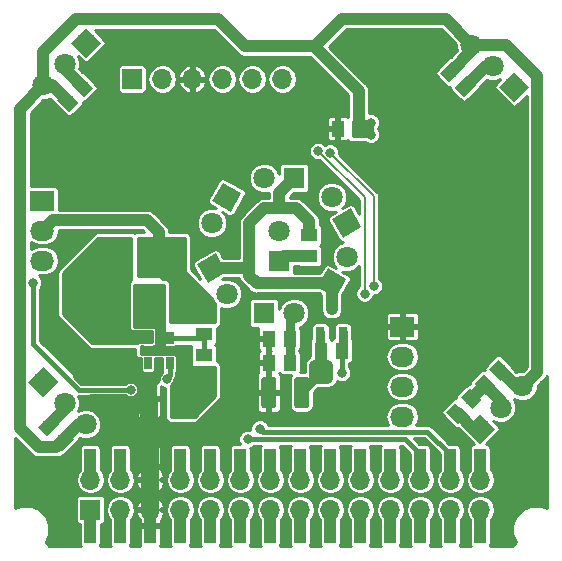
<source format=gbl>
G04 #@! TF.GenerationSoftware,KiCad,Pcbnew,(5.0.2)-1*
G04 #@! TF.CreationDate,2019-01-31T16:36:43+01:00*
G04 #@! TF.ProjectId,SHMod24_RF_IR_Bridge,53484d6f-6432-4345-9f52-465f49525f42,rev?*
G04 #@! TF.SameCoordinates,Original*
G04 #@! TF.FileFunction,Copper,L2,Bot*
G04 #@! TF.FilePolarity,Positive*
%FSLAX46Y46*%
G04 Gerber Fmt 4.6, Leading zero omitted, Abs format (unit mm)*
G04 Created by KiCad (PCBNEW (5.0.2)-1) date 31/01/2019 16:36:43*
%MOMM*%
%LPD*%
G01*
G04 APERTURE LIST*
G04 #@! TA.AperFunction,ComponentPad*
%ADD10R,1.700000X1.700000*%
G04 #@! TD*
G04 #@! TA.AperFunction,ComponentPad*
%ADD11O,1.700000X1.700000*%
G04 #@! TD*
G04 #@! TA.AperFunction,ComponentPad*
%ADD12C,1.800000*%
G04 #@! TD*
G04 #@! TA.AperFunction,Conductor*
%ADD13C,0.100000*%
G04 #@! TD*
G04 #@! TA.AperFunction,ComponentPad*
%ADD14R,1.800000X1.800000*%
G04 #@! TD*
G04 #@! TA.AperFunction,SMDPad,CuDef*
%ADD15C,1.120000*%
G04 #@! TD*
G04 #@! TA.AperFunction,SMDPad,CuDef*
%ADD16C,1.250000*%
G04 #@! TD*
G04 #@! TA.AperFunction,SMDPad,CuDef*
%ADD17R,2.500000X1.800000*%
G04 #@! TD*
G04 #@! TA.AperFunction,SMDPad,CuDef*
%ADD18R,3.500000X2.350000*%
G04 #@! TD*
G04 #@! TA.AperFunction,SMDPad,CuDef*
%ADD19R,1.120000X1.400000*%
G04 #@! TD*
G04 #@! TA.AperFunction,SMDPad,CuDef*
%ADD20R,1.400000X1.120000*%
G04 #@! TD*
G04 #@! TA.AperFunction,SMDPad,CuDef*
%ADD21R,0.650000X1.060000*%
G04 #@! TD*
G04 #@! TA.AperFunction,ComponentPad*
%ADD22R,2.032000X1.727200*%
G04 #@! TD*
G04 #@! TA.AperFunction,ComponentPad*
%ADD23O,2.032000X1.727200*%
G04 #@! TD*
G04 #@! TA.AperFunction,SMDPad,CuDef*
%ADD24R,0.800000X0.900000*%
G04 #@! TD*
G04 #@! TA.AperFunction,SMDPad,CuDef*
%ADD25R,1.000000X3.000000*%
G04 #@! TD*
G04 #@! TA.AperFunction,ViaPad*
%ADD26C,0.800000*%
G04 #@! TD*
G04 #@! TA.AperFunction,ViaPad*
%ADD27C,0.700000*%
G04 #@! TD*
G04 #@! TA.AperFunction,Conductor*
%ADD28C,0.800000*%
G04 #@! TD*
G04 #@! TA.AperFunction,Conductor*
%ADD29C,1.000000*%
G04 #@! TD*
G04 #@! TA.AperFunction,Conductor*
%ADD30C,1.500000*%
G04 #@! TD*
G04 #@! TA.AperFunction,Conductor*
%ADD31C,0.200000*%
G04 #@! TD*
G04 #@! TA.AperFunction,Conductor*
%ADD32C,0.400000*%
G04 #@! TD*
G04 #@! TA.AperFunction,Conductor*
%ADD33C,0.600000*%
G04 #@! TD*
G04 #@! TA.AperFunction,Conductor*
%ADD34C,0.254000*%
G04 #@! TD*
G04 APERTURE END LIST*
D10*
G04 #@! TO.P,J3,1*
G04 #@! TO.N,GND*
X10414000Y-5969000D03*
D11*
G04 #@! TO.P,J3,2*
X12954000Y-5969000D03*
G04 #@! TO.P,J3,3*
G04 #@! TO.N,+3V3*
X15494000Y-5969000D03*
G04 #@! TO.P,J3,4*
G04 #@! TO.N,RX*
X18034000Y-5969000D03*
G04 #@! TO.P,J3,5*
G04 #@! TO.N,TX*
X20574000Y-5969000D03*
G04 #@! TO.P,J3,6*
G04 #@! TO.N,Net-(J3-Pad6)*
X23114000Y-5969000D03*
G04 #@! TD*
D12*
G04 #@! TO.P,D3,1*
G04 #@! TO.N,Net-(D3-Pad1)*
X17145000Y-21971000D03*
D13*
G04 #@! TD*
G04 #@! TO.N,Net-(D3-Pad1)*
G04 #@! TO.C,D3*
G36*
X15915577Y-21641577D02*
X17474423Y-20741577D01*
X18374423Y-22300423D01*
X16815577Y-23200423D01*
X15915577Y-21641577D01*
X15915577Y-21641577D01*
G37*
D12*
G04 #@! TO.P,D3,2*
G04 #@! TO.N,Net-(D2-Pad1)*
X18415000Y-24170705D03*
G04 #@! TD*
G04 #@! TO.P,D4,2*
G04 #@! TO.N,Net-(D1-Pad2)*
X17145000Y-18161000D03*
G04 #@! TO.P,D4,1*
G04 #@! TO.N,Net-(D4-Pad1)*
X18415000Y-15961295D03*
D13*
G04 #@! TD*
G04 #@! TO.N,Net-(D4-Pad1)*
G04 #@! TO.C,D4*
G36*
X18085577Y-14731872D02*
X19644423Y-15631872D01*
X18744423Y-17190718D01*
X17185577Y-16290718D01*
X18085577Y-14731872D01*
X18085577Y-14731872D01*
G37*
D14*
G04 #@! TO.P,D5,1*
G04 #@! TO.N,Net-(D3-Pad1)*
X24130000Y-14351000D03*
D12*
G04 #@! TO.P,D5,2*
G04 #@! TO.N,Net-(D4-Pad1)*
X21590000Y-14351000D03*
G04 #@! TD*
G04 #@! TO.P,D6,2*
G04 #@! TO.N,Net-(D1-Pad2)*
X27305000Y-15961295D03*
G04 #@! TO.P,D6,1*
G04 #@! TO.N,Net-(D6-Pad1)*
X28575000Y-18161000D03*
D13*
G04 #@! TD*
G04 #@! TO.N,Net-(D6-Pad1)*
G04 #@! TO.C,D6*
G36*
X29804423Y-18490423D02*
X28245577Y-19390423D01*
X27345577Y-17831577D01*
X28904423Y-16931577D01*
X29804423Y-18490423D01*
X29804423Y-18490423D01*
G37*
D12*
G04 #@! TO.P,D7,1*
G04 #@! TO.N,Net-(D3-Pad1)*
X27305000Y-23241000D03*
D13*
G04 #@! TD*
G04 #@! TO.N,Net-(D3-Pad1)*
G04 #@! TO.C,D7*
G36*
X27634423Y-24470423D02*
X26075577Y-23570423D01*
X26975577Y-22011577D01*
X28534423Y-22911577D01*
X27634423Y-24470423D01*
X27634423Y-24470423D01*
G37*
D12*
G04 #@! TO.P,D7,2*
G04 #@! TO.N,Net-(D6-Pad1)*
X28575000Y-21041295D03*
G04 #@! TD*
D14*
G04 #@! TO.P,D2,1*
G04 #@! TO.N,Net-(D2-Pad1)*
X21590000Y-25781000D03*
D12*
G04 #@! TO.P,D2,2*
G04 #@! TO.N,Net-(D1-Pad2)*
X24130000Y-25781000D03*
G04 #@! TD*
D15*
G04 #@! TO.P,R8,1*
G04 #@! TO.N,P05*
X37858746Y-34277254D03*
D13*
G04 #@! TD*
G04 #@! TO.N,P05*
G04 #@! TO.C,R8*
G36*
X37957741Y-35168209D02*
X36967791Y-34178259D01*
X37759751Y-33386299D01*
X38749701Y-34376249D01*
X37957741Y-35168209D01*
X37957741Y-35168209D01*
G37*
D15*
G04 #@! TO.P,R8,2*
G04 #@! TO.N,GND*
X39103254Y-33032746D03*
D13*
G04 #@! TD*
G04 #@! TO.N,GND*
G04 #@! TO.C,R8*
G36*
X39202249Y-33923701D02*
X38212299Y-32933751D01*
X39004259Y-32141791D01*
X39994209Y-33131741D01*
X39202249Y-33923701D01*
X39202249Y-33923701D01*
G37*
D15*
G04 #@! TO.P,C7,2*
G04 #@! TO.N,GND*
X40271746Y-31864254D03*
D13*
G04 #@! TD*
G04 #@! TO.N,GND*
G04 #@! TO.C,C7*
G36*
X40172751Y-30973299D02*
X41162701Y-31963249D01*
X40370741Y-32755209D01*
X39380791Y-31765259D01*
X40172751Y-30973299D01*
X40172751Y-30973299D01*
G37*
D15*
G04 #@! TO.P,C7,1*
G04 #@! TO.N,+3V3-filt*
X41516254Y-30619746D03*
D13*
G04 #@! TD*
G04 #@! TO.N,+3V3-filt*
G04 #@! TO.C,C7*
G36*
X41417259Y-29728791D02*
X42407209Y-30718741D01*
X41615249Y-31510701D01*
X40625299Y-30520751D01*
X41417259Y-29728791D01*
X41417259Y-29728791D01*
G37*
D15*
G04 #@! TO.P,C8,1*
G04 #@! TO.N,+3V3-filt*
X4559254Y-36563254D03*
D13*
G04 #@! TD*
G04 #@! TO.N,+3V3-filt*
G04 #@! TO.C,C8*
G36*
X5450209Y-36464259D02*
X4460259Y-37454209D01*
X3668299Y-36662249D01*
X4658249Y-35672299D01*
X5450209Y-36464259D01*
X5450209Y-36464259D01*
G37*
D15*
G04 #@! TO.P,C8,2*
G04 #@! TO.N,GND*
X3314746Y-35318746D03*
D13*
G04 #@! TD*
G04 #@! TO.N,GND*
G04 #@! TO.C,C8*
G36*
X4205701Y-35219751D02*
X3215751Y-36209701D01*
X2423791Y-35417741D01*
X3413741Y-34427791D01*
X4205701Y-35219751D01*
X4205701Y-35219751D01*
G37*
D15*
G04 #@! TO.P,C9,2*
G04 #@! TO.N,GND*
X6210254Y-6616746D03*
D13*
G04 #@! TD*
G04 #@! TO.N,GND*
G04 #@! TO.C,C9*
G36*
X6309249Y-7507701D02*
X5319299Y-6517751D01*
X6111259Y-5725791D01*
X7101209Y-6715741D01*
X6309249Y-7507701D01*
X6309249Y-7507701D01*
G37*
D15*
G04 #@! TO.P,C9,1*
G04 #@! TO.N,+3V3-filt*
X4965746Y-7861254D03*
D13*
G04 #@! TD*
G04 #@! TO.N,+3V3-filt*
G04 #@! TO.C,C9*
G36*
X5064741Y-8752209D02*
X4074791Y-7762259D01*
X4866751Y-6970299D01*
X5856701Y-7960249D01*
X5064741Y-8752209D01*
X5064741Y-8752209D01*
G37*
D15*
G04 #@! TO.P,C6,1*
G04 #@! TO.N,+3V3-filt*
X37368797Y-5364797D03*
D13*
G04 #@! TD*
G04 #@! TO.N,+3V3-filt*
G04 #@! TO.C,C6*
G36*
X36477842Y-5463792D02*
X37467792Y-4473842D01*
X38259752Y-5265802D01*
X37269802Y-6255752D01*
X36477842Y-5463792D01*
X36477842Y-5463792D01*
G37*
D15*
G04 #@! TO.P,C6,2*
G04 #@! TO.N,GND*
X38613305Y-6609305D03*
D13*
G04 #@! TD*
G04 #@! TO.N,GND*
G04 #@! TO.C,C6*
G36*
X37722350Y-6708300D02*
X38712300Y-5718350D01*
X39504260Y-6510310D01*
X38514310Y-7500260D01*
X37722350Y-6708300D01*
X37722350Y-6708300D01*
G37*
G04 #@! TO.N,GND*
G04 #@! TO.C,C2*
G36*
X15007504Y-31696204D02*
X15031773Y-31699804D01*
X15055571Y-31705765D01*
X15078671Y-31714030D01*
X15100849Y-31724520D01*
X15121893Y-31737133D01*
X15141598Y-31751747D01*
X15159777Y-31768223D01*
X15176253Y-31786402D01*
X15190867Y-31806107D01*
X15203480Y-31827151D01*
X15213970Y-31849329D01*
X15222235Y-31872429D01*
X15228196Y-31896227D01*
X15231796Y-31920496D01*
X15233000Y-31945000D01*
X15233000Y-34095000D01*
X15231796Y-34119504D01*
X15228196Y-34143773D01*
X15222235Y-34167571D01*
X15213970Y-34190671D01*
X15203480Y-34212849D01*
X15190867Y-34233893D01*
X15176253Y-34253598D01*
X15159777Y-34271777D01*
X15141598Y-34288253D01*
X15121893Y-34302867D01*
X15100849Y-34315480D01*
X15078671Y-34325970D01*
X15055571Y-34334235D01*
X15031773Y-34340196D01*
X15007504Y-34343796D01*
X14983000Y-34345000D01*
X14233000Y-34345000D01*
X14208496Y-34343796D01*
X14184227Y-34340196D01*
X14160429Y-34334235D01*
X14137329Y-34325970D01*
X14115151Y-34315480D01*
X14094107Y-34302867D01*
X14074402Y-34288253D01*
X14056223Y-34271777D01*
X14039747Y-34253598D01*
X14025133Y-34233893D01*
X14012520Y-34212849D01*
X14002030Y-34190671D01*
X13993765Y-34167571D01*
X13987804Y-34143773D01*
X13984204Y-34119504D01*
X13983000Y-34095000D01*
X13983000Y-31945000D01*
X13984204Y-31920496D01*
X13987804Y-31896227D01*
X13993765Y-31872429D01*
X14002030Y-31849329D01*
X14012520Y-31827151D01*
X14025133Y-31806107D01*
X14039747Y-31786402D01*
X14056223Y-31768223D01*
X14074402Y-31751747D01*
X14094107Y-31737133D01*
X14115151Y-31724520D01*
X14137329Y-31714030D01*
X14160429Y-31705765D01*
X14184227Y-31699804D01*
X14208496Y-31696204D01*
X14233000Y-31695000D01*
X14983000Y-31695000D01*
X15007504Y-31696204D01*
X15007504Y-31696204D01*
G37*
D16*
G04 #@! TD*
G04 #@! TO.P,C2,2*
G04 #@! TO.N,GND*
X14608000Y-33020000D03*
D13*
G04 #@! TO.N,+3V3*
G04 #@! TO.C,C2*
G36*
X12207504Y-31696204D02*
X12231773Y-31699804D01*
X12255571Y-31705765D01*
X12278671Y-31714030D01*
X12300849Y-31724520D01*
X12321893Y-31737133D01*
X12341598Y-31751747D01*
X12359777Y-31768223D01*
X12376253Y-31786402D01*
X12390867Y-31806107D01*
X12403480Y-31827151D01*
X12413970Y-31849329D01*
X12422235Y-31872429D01*
X12428196Y-31896227D01*
X12431796Y-31920496D01*
X12433000Y-31945000D01*
X12433000Y-34095000D01*
X12431796Y-34119504D01*
X12428196Y-34143773D01*
X12422235Y-34167571D01*
X12413970Y-34190671D01*
X12403480Y-34212849D01*
X12390867Y-34233893D01*
X12376253Y-34253598D01*
X12359777Y-34271777D01*
X12341598Y-34288253D01*
X12321893Y-34302867D01*
X12300849Y-34315480D01*
X12278671Y-34325970D01*
X12255571Y-34334235D01*
X12231773Y-34340196D01*
X12207504Y-34343796D01*
X12183000Y-34345000D01*
X11433000Y-34345000D01*
X11408496Y-34343796D01*
X11384227Y-34340196D01*
X11360429Y-34334235D01*
X11337329Y-34325970D01*
X11315151Y-34315480D01*
X11294107Y-34302867D01*
X11274402Y-34288253D01*
X11256223Y-34271777D01*
X11239747Y-34253598D01*
X11225133Y-34233893D01*
X11212520Y-34212849D01*
X11202030Y-34190671D01*
X11193765Y-34167571D01*
X11187804Y-34143773D01*
X11184204Y-34119504D01*
X11183000Y-34095000D01*
X11183000Y-31945000D01*
X11184204Y-31920496D01*
X11187804Y-31896227D01*
X11193765Y-31872429D01*
X11202030Y-31849329D01*
X11212520Y-31827151D01*
X11225133Y-31806107D01*
X11239747Y-31786402D01*
X11256223Y-31768223D01*
X11274402Y-31751747D01*
X11294107Y-31737133D01*
X11315151Y-31724520D01*
X11337329Y-31714030D01*
X11360429Y-31705765D01*
X11384227Y-31699804D01*
X11408496Y-31696204D01*
X11433000Y-31695000D01*
X12183000Y-31695000D01*
X12207504Y-31696204D01*
X12207504Y-31696204D01*
G37*
D16*
G04 #@! TD*
G04 #@! TO.P,C2,1*
G04 #@! TO.N,+3V3*
X11808000Y-33020000D03*
D13*
G04 #@! TO.N,+12V*
G04 #@! TO.C,C3*
G36*
X15007504Y-23568204D02*
X15031773Y-23571804D01*
X15055571Y-23577765D01*
X15078671Y-23586030D01*
X15100849Y-23596520D01*
X15121893Y-23609133D01*
X15141598Y-23623747D01*
X15159777Y-23640223D01*
X15176253Y-23658402D01*
X15190867Y-23678107D01*
X15203480Y-23699151D01*
X15213970Y-23721329D01*
X15222235Y-23744429D01*
X15228196Y-23768227D01*
X15231796Y-23792496D01*
X15233000Y-23817000D01*
X15233000Y-25967000D01*
X15231796Y-25991504D01*
X15228196Y-26015773D01*
X15222235Y-26039571D01*
X15213970Y-26062671D01*
X15203480Y-26084849D01*
X15190867Y-26105893D01*
X15176253Y-26125598D01*
X15159777Y-26143777D01*
X15141598Y-26160253D01*
X15121893Y-26174867D01*
X15100849Y-26187480D01*
X15078671Y-26197970D01*
X15055571Y-26206235D01*
X15031773Y-26212196D01*
X15007504Y-26215796D01*
X14983000Y-26217000D01*
X14233000Y-26217000D01*
X14208496Y-26215796D01*
X14184227Y-26212196D01*
X14160429Y-26206235D01*
X14137329Y-26197970D01*
X14115151Y-26187480D01*
X14094107Y-26174867D01*
X14074402Y-26160253D01*
X14056223Y-26143777D01*
X14039747Y-26125598D01*
X14025133Y-26105893D01*
X14012520Y-26084849D01*
X14002030Y-26062671D01*
X13993765Y-26039571D01*
X13987804Y-26015773D01*
X13984204Y-25991504D01*
X13983000Y-25967000D01*
X13983000Y-23817000D01*
X13984204Y-23792496D01*
X13987804Y-23768227D01*
X13993765Y-23744429D01*
X14002030Y-23721329D01*
X14012520Y-23699151D01*
X14025133Y-23678107D01*
X14039747Y-23658402D01*
X14056223Y-23640223D01*
X14074402Y-23623747D01*
X14094107Y-23609133D01*
X14115151Y-23596520D01*
X14137329Y-23586030D01*
X14160429Y-23577765D01*
X14184227Y-23571804D01*
X14208496Y-23568204D01*
X14233000Y-23567000D01*
X14983000Y-23567000D01*
X15007504Y-23568204D01*
X15007504Y-23568204D01*
G37*
D16*
G04 #@! TD*
G04 #@! TO.P,C3,1*
G04 #@! TO.N,+12V*
X14608000Y-24892000D03*
D13*
G04 #@! TO.N,GND*
G04 #@! TO.C,C3*
G36*
X12207504Y-23568204D02*
X12231773Y-23571804D01*
X12255571Y-23577765D01*
X12278671Y-23586030D01*
X12300849Y-23596520D01*
X12321893Y-23609133D01*
X12341598Y-23623747D01*
X12359777Y-23640223D01*
X12376253Y-23658402D01*
X12390867Y-23678107D01*
X12403480Y-23699151D01*
X12413970Y-23721329D01*
X12422235Y-23744429D01*
X12428196Y-23768227D01*
X12431796Y-23792496D01*
X12433000Y-23817000D01*
X12433000Y-25967000D01*
X12431796Y-25991504D01*
X12428196Y-26015773D01*
X12422235Y-26039571D01*
X12413970Y-26062671D01*
X12403480Y-26084849D01*
X12390867Y-26105893D01*
X12376253Y-26125598D01*
X12359777Y-26143777D01*
X12341598Y-26160253D01*
X12321893Y-26174867D01*
X12300849Y-26187480D01*
X12278671Y-26197970D01*
X12255571Y-26206235D01*
X12231773Y-26212196D01*
X12207504Y-26215796D01*
X12183000Y-26217000D01*
X11433000Y-26217000D01*
X11408496Y-26215796D01*
X11384227Y-26212196D01*
X11360429Y-26206235D01*
X11337329Y-26197970D01*
X11315151Y-26187480D01*
X11294107Y-26174867D01*
X11274402Y-26160253D01*
X11256223Y-26143777D01*
X11239747Y-26125598D01*
X11225133Y-26105893D01*
X11212520Y-26084849D01*
X11202030Y-26062671D01*
X11193765Y-26039571D01*
X11187804Y-26015773D01*
X11184204Y-25991504D01*
X11183000Y-25967000D01*
X11183000Y-23817000D01*
X11184204Y-23792496D01*
X11187804Y-23768227D01*
X11193765Y-23744429D01*
X11202030Y-23721329D01*
X11212520Y-23699151D01*
X11225133Y-23678107D01*
X11239747Y-23658402D01*
X11256223Y-23640223D01*
X11274402Y-23623747D01*
X11294107Y-23609133D01*
X11315151Y-23596520D01*
X11337329Y-23586030D01*
X11360429Y-23577765D01*
X11384227Y-23571804D01*
X11408496Y-23568204D01*
X11433000Y-23567000D01*
X12183000Y-23567000D01*
X12207504Y-23568204D01*
X12207504Y-23568204D01*
G37*
D16*
G04 #@! TD*
G04 #@! TO.P,C3,2*
G04 #@! TO.N,GND*
X11808000Y-24892000D03*
D17*
G04 #@! TO.P,D8,1*
G04 #@! TO.N,+12V*
X12668000Y-20828000D03*
G04 #@! TO.P,D8,2*
G04 #@! TO.N,/Boost Converter/SW*
X8668000Y-20828000D03*
G04 #@! TD*
D18*
G04 #@! TO.P,L1,2*
G04 #@! TO.N,/Boost Converter/SW*
X7493000Y-24303000D03*
G04 #@! TO.P,L1,1*
G04 #@! TO.N,+3V3*
X7493000Y-30353000D03*
G04 #@! TD*
D19*
G04 #@! TO.P,R7,1*
G04 #@! TO.N,+3V3-filt*
X29582000Y-10160000D03*
G04 #@! TO.P,R7,2*
G04 #@! TO.N,+3V3*
X27822000Y-10160000D03*
G04 #@! TD*
D20*
G04 #@! TO.P,R5,2*
G04 #@! TO.N,/Boost Converter/FB*
X16510000Y-27550000D03*
G04 #@! TO.P,R5,1*
G04 #@! TO.N,+12V*
X16510000Y-25790000D03*
G04 #@! TD*
G04 #@! TO.P,R6,1*
G04 #@! TO.N,/Boost Converter/FB*
X16510000Y-29346000D03*
G04 #@! TO.P,R6,2*
G04 #@! TO.N,GND*
X16510000Y-31106000D03*
G04 #@! TD*
D21*
G04 #@! TO.P,U1,1*
G04 #@! TO.N,/Boost Converter/SW*
X11750000Y-27856000D03*
G04 #@! TO.P,U1,2*
G04 #@! TO.N,GND*
X12700000Y-27856000D03*
G04 #@! TO.P,U1,3*
G04 #@! TO.N,/Boost Converter/FB*
X13650000Y-27856000D03*
G04 #@! TO.P,U1,4*
G04 #@! TO.N,P06*
X13650000Y-30056000D03*
G04 #@! TO.P,U1,6*
G04 #@! TO.N,Net-(U1-Pad6)*
X11750000Y-30056000D03*
G04 #@! TO.P,U1,5*
G04 #@! TO.N,+3V3*
X12700000Y-30056000D03*
G04 #@! TD*
D22*
G04 #@! TO.P,RF1,1*
G04 #@! TO.N,+3V3*
X33274000Y-26924000D03*
D23*
G04 #@! TO.P,RF1,2*
G04 #@! TO.N,P02*
X33274000Y-29464000D03*
G04 #@! TO.P,RF1,3*
X33274000Y-32004000D03*
G04 #@! TO.P,RF1,4*
G04 #@! TO.N,GND*
X33274000Y-34544000D03*
G04 #@! TD*
D22*
G04 #@! TO.P,RF2,1*
G04 #@! TO.N,P04*
X2794000Y-16256000D03*
D23*
G04 #@! TO.P,RF2,2*
G04 #@! TO.N,+12V*
X2794000Y-18796000D03*
G04 #@! TO.P,RF2,3*
G04 #@! TO.N,GND*
X2794000Y-21336000D03*
G04 #@! TD*
D12*
G04 #@! TO.P,IR2,1*
G04 #@! TO.N,P05*
X39859949Y-35578051D03*
D13*
G04 #@! TD*
G04 #@! TO.N,P05*
G04 #@! TO.C,IR2*
G36*
X41132741Y-35578051D02*
X39859949Y-36850843D01*
X38587157Y-35578051D01*
X39859949Y-34305259D01*
X41132741Y-35578051D01*
X41132741Y-35578051D01*
G37*
D12*
G04 #@! TO.P,IR2,2*
G04 #@! TO.N,GND*
X41656000Y-33782000D03*
G04 #@! TO.P,IR2,3*
G04 #@! TO.N,+3V3-filt*
X43452051Y-31985949D03*
G04 #@! TD*
G04 #@! TO.P,IR3,3*
G04 #@! TO.N,+3V3-filt*
X6495051Y-35197051D03*
G04 #@! TO.P,IR3,2*
G04 #@! TO.N,GND*
X4699000Y-33401000D03*
G04 #@! TO.P,IR3,1*
G04 #@! TO.N,P05*
X2902949Y-31604949D03*
D13*
G04 #@! TD*
G04 #@! TO.N,P05*
G04 #@! TO.C,IR3*
G36*
X2902949Y-32877741D02*
X1630157Y-31604949D01*
X2902949Y-30332157D01*
X4175741Y-31604949D01*
X2902949Y-32877741D01*
X2902949Y-32877741D01*
G37*
D12*
G04 #@! TO.P,IR4,1*
G04 #@! TO.N,P05*
X6495051Y-2902949D03*
D13*
G04 #@! TD*
G04 #@! TO.N,P05*
G04 #@! TO.C,IR4*
G36*
X5222259Y-2902949D02*
X6495051Y-1630157D01*
X7767843Y-2902949D01*
X6495051Y-4175741D01*
X5222259Y-2902949D01*
X5222259Y-2902949D01*
G37*
D12*
G04 #@! TO.P,IR4,2*
G04 #@! TO.N,GND*
X4699000Y-4699000D03*
G04 #@! TO.P,IR4,3*
G04 #@! TO.N,+3V3-filt*
X2902949Y-6495051D03*
G04 #@! TD*
G04 #@! TO.P,IR1,1*
G04 #@! TO.N,P05*
X42726153Y-6658153D03*
D13*
G04 #@! TD*
G04 #@! TO.N,P05*
G04 #@! TO.C,IR1*
G36*
X42726153Y-5385361D02*
X43998945Y-6658153D01*
X42726153Y-7930945D01*
X41453361Y-6658153D01*
X42726153Y-5385361D01*
X42726153Y-5385361D01*
G37*
D12*
G04 #@! TO.P,IR1,2*
G04 #@! TO.N,GND*
X40930102Y-4862102D03*
G04 #@! TO.P,IR1,3*
G04 #@! TO.N,+3V3-filt*
X39134051Y-3066051D03*
G04 #@! TD*
D13*
G04 #@! TO.N,+3V3*
G04 #@! TO.C,C1*
G36*
X22367504Y-31188204D02*
X22391773Y-31191804D01*
X22415571Y-31197765D01*
X22438671Y-31206030D01*
X22460849Y-31216520D01*
X22481893Y-31229133D01*
X22501598Y-31243747D01*
X22519777Y-31260223D01*
X22536253Y-31278402D01*
X22550867Y-31298107D01*
X22563480Y-31319151D01*
X22573970Y-31341329D01*
X22582235Y-31364429D01*
X22588196Y-31388227D01*
X22591796Y-31412496D01*
X22593000Y-31437000D01*
X22593000Y-33587000D01*
X22591796Y-33611504D01*
X22588196Y-33635773D01*
X22582235Y-33659571D01*
X22573970Y-33682671D01*
X22563480Y-33704849D01*
X22550867Y-33725893D01*
X22536253Y-33745598D01*
X22519777Y-33763777D01*
X22501598Y-33780253D01*
X22481893Y-33794867D01*
X22460849Y-33807480D01*
X22438671Y-33817970D01*
X22415571Y-33826235D01*
X22391773Y-33832196D01*
X22367504Y-33835796D01*
X22343000Y-33837000D01*
X21593000Y-33837000D01*
X21568496Y-33835796D01*
X21544227Y-33832196D01*
X21520429Y-33826235D01*
X21497329Y-33817970D01*
X21475151Y-33807480D01*
X21454107Y-33794867D01*
X21434402Y-33780253D01*
X21416223Y-33763777D01*
X21399747Y-33745598D01*
X21385133Y-33725893D01*
X21372520Y-33704849D01*
X21362030Y-33682671D01*
X21353765Y-33659571D01*
X21347804Y-33635773D01*
X21344204Y-33611504D01*
X21343000Y-33587000D01*
X21343000Y-31437000D01*
X21344204Y-31412496D01*
X21347804Y-31388227D01*
X21353765Y-31364429D01*
X21362030Y-31341329D01*
X21372520Y-31319151D01*
X21385133Y-31298107D01*
X21399747Y-31278402D01*
X21416223Y-31260223D01*
X21434402Y-31243747D01*
X21454107Y-31229133D01*
X21475151Y-31216520D01*
X21497329Y-31206030D01*
X21520429Y-31197765D01*
X21544227Y-31191804D01*
X21568496Y-31188204D01*
X21593000Y-31187000D01*
X22343000Y-31187000D01*
X22367504Y-31188204D01*
X22367504Y-31188204D01*
G37*
D16*
G04 #@! TD*
G04 #@! TO.P,C1,1*
G04 #@! TO.N,+3V3*
X21968000Y-32512000D03*
D13*
G04 #@! TO.N,GND*
G04 #@! TO.C,C1*
G36*
X25167504Y-31188204D02*
X25191773Y-31191804D01*
X25215571Y-31197765D01*
X25238671Y-31206030D01*
X25260849Y-31216520D01*
X25281893Y-31229133D01*
X25301598Y-31243747D01*
X25319777Y-31260223D01*
X25336253Y-31278402D01*
X25350867Y-31298107D01*
X25363480Y-31319151D01*
X25373970Y-31341329D01*
X25382235Y-31364429D01*
X25388196Y-31388227D01*
X25391796Y-31412496D01*
X25393000Y-31437000D01*
X25393000Y-33587000D01*
X25391796Y-33611504D01*
X25388196Y-33635773D01*
X25382235Y-33659571D01*
X25373970Y-33682671D01*
X25363480Y-33704849D01*
X25350867Y-33725893D01*
X25336253Y-33745598D01*
X25319777Y-33763777D01*
X25301598Y-33780253D01*
X25281893Y-33794867D01*
X25260849Y-33807480D01*
X25238671Y-33817970D01*
X25215571Y-33826235D01*
X25191773Y-33832196D01*
X25167504Y-33835796D01*
X25143000Y-33837000D01*
X24393000Y-33837000D01*
X24368496Y-33835796D01*
X24344227Y-33832196D01*
X24320429Y-33826235D01*
X24297329Y-33817970D01*
X24275151Y-33807480D01*
X24254107Y-33794867D01*
X24234402Y-33780253D01*
X24216223Y-33763777D01*
X24199747Y-33745598D01*
X24185133Y-33725893D01*
X24172520Y-33704849D01*
X24162030Y-33682671D01*
X24153765Y-33659571D01*
X24147804Y-33635773D01*
X24144204Y-33611504D01*
X24143000Y-33587000D01*
X24143000Y-31437000D01*
X24144204Y-31412496D01*
X24147804Y-31388227D01*
X24153765Y-31364429D01*
X24162030Y-31341329D01*
X24172520Y-31319151D01*
X24185133Y-31298107D01*
X24199747Y-31278402D01*
X24216223Y-31260223D01*
X24234402Y-31243747D01*
X24254107Y-31229133D01*
X24275151Y-31216520D01*
X24297329Y-31206030D01*
X24320429Y-31197765D01*
X24344227Y-31191804D01*
X24368496Y-31188204D01*
X24393000Y-31187000D01*
X25143000Y-31187000D01*
X25167504Y-31188204D01*
X25167504Y-31188204D01*
G37*
D16*
G04 #@! TD*
G04 #@! TO.P,C1,2*
G04 #@! TO.N,GND*
X24768000Y-32512000D03*
D14*
G04 #@! TO.P,D1,1*
G04 #@! TO.N,Net-(D1-Pad1)*
X22860000Y-21336000D03*
D12*
G04 #@! TO.P,D1,2*
G04 #@! TO.N,Net-(D1-Pad2)*
X22860000Y-18796000D03*
G04 #@! TD*
D20*
G04 #@! TO.P,R1,2*
G04 #@! TO.N,Net-(D3-Pad1)*
X25400000Y-19186000D03*
G04 #@! TO.P,R1,1*
G04 #@! TO.N,Net-(D1-Pad1)*
X25400000Y-20946000D03*
G04 #@! TD*
D19*
G04 #@! TO.P,R2,1*
G04 #@! TO.N,P03*
X28185000Y-28956000D03*
G04 #@! TO.P,R2,2*
G04 #@! TO.N,GND*
X26425000Y-28956000D03*
G04 #@! TD*
G04 #@! TO.P,R3,2*
G04 #@! TO.N,Net-(D1-Pad2)*
X23740000Y-27940000D03*
G04 #@! TO.P,R3,1*
G04 #@! TO.N,+3V3*
X21980000Y-27940000D03*
G04 #@! TD*
G04 #@! TO.P,R4,1*
G04 #@! TO.N,+3V3*
X21980000Y-29972000D03*
G04 #@! TO.P,R4,2*
G04 #@! TO.N,Net-(D1-Pad2)*
X23740000Y-29972000D03*
G04 #@! TD*
D24*
G04 #@! TO.P,Q1,1*
G04 #@! TO.N,P03*
X28255000Y-27416000D03*
G04 #@! TO.P,Q1,2*
G04 #@! TO.N,GND*
X26355000Y-27416000D03*
G04 #@! TO.P,Q1,3*
G04 #@! TO.N,Net-(D3-Pad1)*
X27305000Y-25416000D03*
G04 #@! TD*
D25*
G04 #@! TO.P,J2,28*
G04 #@! TO.N,P09*
X39870000Y-38755000D03*
G04 #@! TO.P,J2,27*
G04 #@! TO.N,P10*
X39870000Y-43795000D03*
G04 #@! TO.P,J2,26*
G04 #@! TO.N,P06*
X37330000Y-38755000D03*
G04 #@! TO.P,J2,25*
G04 #@! TO.N,P07*
X37330000Y-43795000D03*
G04 #@! TO.P,J2,24*
G04 #@! TO.N,P04*
X34790000Y-38755000D03*
G04 #@! TO.P,J2,23*
G04 #@! TO.N,P05*
X34790000Y-43795000D03*
G04 #@! TO.P,J2,22*
G04 #@! TO.N,P02*
X32250000Y-38755000D03*
G04 #@! TO.P,J2,21*
G04 #@! TO.N,P03*
X32250000Y-43795000D03*
G04 #@! TO.P,J2,20*
G04 #@! TO.N,GND*
X29710000Y-38755000D03*
G04 #@! TO.P,J2,19*
X29710000Y-43795000D03*
G04 #@! TO.P,J2,18*
G04 #@! TO.N,A2*
X27170000Y-38755000D03*
G04 #@! TO.P,J2,17*
G04 #@! TO.N,A3*
X27170000Y-43795000D03*
G04 #@! TO.P,J2,16*
G04 #@! TO.N,A0*
X24630000Y-38755000D03*
G04 #@! TO.P,J2,15*
G04 #@! TO.N,A1*
X24630000Y-43795000D03*
G04 #@! TO.P,J2,14*
G04 #@! TO.N,SCK*
X22090000Y-38755000D03*
G04 #@! TO.P,J2,13*
G04 #@! TO.N,CS*
X22090000Y-43795000D03*
G04 #@! TO.P,J2,12*
G04 #@! TO.N,MOSI*
X19550000Y-38755000D03*
G04 #@! TO.P,J2,11*
G04 #@! TO.N,MISO*
X19550000Y-43795000D03*
G04 #@! TO.P,J2,10*
G04 #@! TO.N,SCL*
X17010000Y-38755000D03*
G04 #@! TO.P,J2,9*
G04 #@! TO.N,SDA*
X17010000Y-43795000D03*
G04 #@! TO.P,J2,8*
G04 #@! TO.N,TX*
X14470000Y-38755000D03*
G04 #@! TO.P,J2,7*
G04 #@! TO.N,RX*
X14470000Y-43795000D03*
G04 #@! TO.P,J2,6*
G04 #@! TO.N,+3V3*
X11930000Y-38755000D03*
G04 #@! TO.P,J2,5*
X11930000Y-43795000D03*
G04 #@! TO.P,J2,4*
G04 #@! TO.N,VCC*
X9390000Y-38755000D03*
G04 #@! TO.P,J2,3*
G04 #@! TO.N,+5V*
X9390000Y-43795000D03*
G04 #@! TO.P,J2,2*
G04 #@! TO.N,GND*
X6850000Y-38755000D03*
G04 #@! TO.P,J2,1*
X6850000Y-43795000D03*
G04 #@! TD*
D11*
G04 #@! TO.P,J1,28*
G04 #@! TO.N,P09*
X39890000Y-39900000D03*
G04 #@! TO.P,J1,27*
G04 #@! TO.N,P10*
X39890000Y-42440000D03*
G04 #@! TO.P,J1,26*
G04 #@! TO.N,P06*
X37350000Y-39900000D03*
G04 #@! TO.P,J1,25*
G04 #@! TO.N,P07*
X37350000Y-42440000D03*
G04 #@! TO.P,J1,24*
G04 #@! TO.N,P04*
X34810000Y-39900000D03*
G04 #@! TO.P,J1,23*
G04 #@! TO.N,P05*
X34810000Y-42440000D03*
G04 #@! TO.P,J1,22*
G04 #@! TO.N,P02*
X32270000Y-39900000D03*
G04 #@! TO.P,J1,21*
G04 #@! TO.N,P03*
X32270000Y-42440000D03*
G04 #@! TO.P,J1,20*
G04 #@! TO.N,GND*
X29730000Y-39900000D03*
G04 #@! TO.P,J1,19*
X29730000Y-42440000D03*
G04 #@! TO.P,J1,18*
G04 #@! TO.N,A2*
X27190000Y-39900000D03*
G04 #@! TO.P,J1,17*
G04 #@! TO.N,A3*
X27190000Y-42440000D03*
G04 #@! TO.P,J1,16*
G04 #@! TO.N,A0*
X24650000Y-39900000D03*
G04 #@! TO.P,J1,15*
G04 #@! TO.N,A1*
X24650000Y-42440000D03*
G04 #@! TO.P,J1,14*
G04 #@! TO.N,SCK*
X22110000Y-39900000D03*
G04 #@! TO.P,J1,13*
G04 #@! TO.N,CS*
X22110000Y-42440000D03*
G04 #@! TO.P,J1,12*
G04 #@! TO.N,MOSI*
X19570000Y-39900000D03*
G04 #@! TO.P,J1,11*
G04 #@! TO.N,MISO*
X19570000Y-42440000D03*
G04 #@! TO.P,J1,10*
G04 #@! TO.N,SCL*
X17030000Y-39900000D03*
G04 #@! TO.P,J1,9*
G04 #@! TO.N,SDA*
X17030000Y-42440000D03*
G04 #@! TO.P,J1,8*
G04 #@! TO.N,TX*
X14490000Y-39900000D03*
G04 #@! TO.P,J1,7*
G04 #@! TO.N,RX*
X14490000Y-42440000D03*
G04 #@! TO.P,J1,6*
G04 #@! TO.N,+3V3*
X11950000Y-39900000D03*
G04 #@! TO.P,J1,5*
X11950000Y-42440000D03*
G04 #@! TO.P,J1,4*
G04 #@! TO.N,VCC*
X9410000Y-39900000D03*
G04 #@! TO.P,J1,3*
G04 #@! TO.N,+5V*
X9410000Y-42440000D03*
G04 #@! TO.P,J1,2*
G04 #@! TO.N,GND*
X6870000Y-39900000D03*
D10*
G04 #@! TO.P,J1,1*
X6870000Y-42440000D03*
G04 #@! TD*
D26*
G04 #@! TO.N,GND*
X25908000Y-30226000D03*
X26924000Y-30226000D03*
X25908000Y-31242000D03*
X26924000Y-31242000D03*
D27*
X11557000Y-28956000D03*
X12446000Y-28956000D03*
X13335000Y-28956000D03*
X14224000Y-28956000D03*
D26*
X15113000Y-28956000D03*
X12700000Y-26670000D03*
X11811000Y-26670000D03*
X10922000Y-26670000D03*
G04 #@! TO.N,RX*
X26162000Y-12065000D03*
X30089680Y-24136213D03*
G04 #@! TO.N,TX*
X27178357Y-12194645D03*
X30861000Y-23495006D03*
G04 #@! TO.N,P03*
X28194000Y-30861000D03*
G04 #@! TO.N,P04*
X20192998Y-36449000D03*
X2030147Y-23200000D03*
X10286998Y-32258000D03*
G04 #@! TO.N,P06*
X13335000Y-31369000D03*
X21209000Y-35560000D03*
G04 #@! TO.N,+3V3-filt*
X30607000Y-9652000D03*
X30607000Y-10668000D03*
G04 #@! TD*
D28*
G04 #@! TO.N,GND*
X26355000Y-28886000D02*
X26425000Y-28956000D01*
X26355000Y-27416000D02*
X26355000Y-28886000D01*
D29*
X25908000Y-31242000D02*
X25908000Y-30226000D01*
X26924000Y-31242000D02*
X26924000Y-30226000D01*
X26425000Y-30217000D02*
X26416000Y-30226000D01*
X26425000Y-28956000D02*
X26425000Y-30217000D01*
X26924000Y-30226000D02*
X26416000Y-30226000D01*
X26416000Y-30226000D02*
X25908000Y-30226000D01*
X25908000Y-31242000D02*
X26924000Y-31242000D01*
D28*
X24768000Y-32382000D02*
X25908000Y-31242000D01*
X24768000Y-32512000D02*
X24768000Y-32382000D01*
D29*
X4699000Y-5105492D02*
X6210254Y-6616746D01*
X4699000Y-4699000D02*
X4699000Y-5105492D01*
X40360508Y-4862102D02*
X38613305Y-6609305D01*
X40930102Y-4862102D02*
X40360508Y-4862102D01*
X4699000Y-33934492D02*
X3314746Y-35318746D01*
X4699000Y-33401000D02*
X4699000Y-33934492D01*
X41656000Y-33248508D02*
X40271746Y-31864254D01*
X41656000Y-33782000D02*
X41656000Y-33248508D01*
X39103254Y-33032746D02*
X40271746Y-31864254D01*
D28*
G04 #@! TO.N,+3V3*
X21968000Y-29984000D02*
X21980000Y-29972000D01*
D30*
X11950000Y-39900000D02*
X11950000Y-42440000D01*
X11950000Y-39900000D02*
X11950000Y-35699000D01*
X11808000Y-35557000D02*
X11808000Y-33020000D01*
X11950000Y-35699000D02*
X11808000Y-35557000D01*
D31*
G04 #@! TO.N,RX*
X30089680Y-15992680D02*
X30089680Y-23570528D01*
X26162000Y-12065000D02*
X30089680Y-15992680D01*
X30089680Y-23570528D02*
X30089680Y-24136213D01*
G04 #@! TO.N,TX*
X30861000Y-22929321D02*
X30861000Y-23495006D01*
X30861000Y-15877288D02*
X30861000Y-22929321D01*
X27178357Y-12194645D02*
X30861000Y-15877288D01*
D28*
G04 #@! TO.N,P03*
X28255000Y-28886000D02*
X28185000Y-28956000D01*
X28255000Y-27416000D02*
X28255000Y-28886000D01*
D32*
X28194000Y-28965000D02*
X28185000Y-28956000D01*
X28194000Y-30861000D02*
X28194000Y-28965000D01*
D29*
G04 #@! TO.N,P05*
X39278051Y-35578051D02*
X39859949Y-35578051D01*
X37858746Y-34277254D02*
X37977254Y-34277254D01*
X37977254Y-34277254D02*
X39278051Y-35578051D01*
D32*
G04 #@! TO.N,P04*
X33484000Y-36449000D02*
X20758683Y-36449000D01*
X20758683Y-36449000D02*
X20192998Y-36449000D01*
X34790000Y-37755000D02*
X33484000Y-36449000D01*
X34790000Y-38755000D02*
X34790000Y-37755000D01*
X2030147Y-23200000D02*
X2030147Y-28376832D01*
X9721313Y-32258000D02*
X10286998Y-32258000D01*
X5911315Y-32258000D02*
X9721313Y-32258000D01*
X2030147Y-28376832D02*
X5911315Y-32258000D01*
G04 #@! TO.N,P06*
X13650000Y-30056000D02*
X13650000Y-31054000D01*
X13650000Y-31054000D02*
X13335000Y-31369000D01*
X37330000Y-37755000D02*
X37330000Y-38755000D01*
X35389000Y-35814000D02*
X37330000Y-37755000D01*
X21209000Y-35560000D02*
X21463000Y-35814000D01*
X21463000Y-35814000D02*
X35389000Y-35814000D01*
D29*
G04 #@! TO.N,Net-(D3-Pad1)*
X27305000Y-23241000D02*
X20955000Y-23241000D01*
X20955000Y-23241000D02*
X20320000Y-22606000D01*
X20320000Y-22606000D02*
X20320000Y-21336000D01*
X25400000Y-18026000D02*
X24265000Y-16891000D01*
X25400000Y-19186000D02*
X25400000Y-18026000D01*
X20320000Y-18161000D02*
X20320000Y-21336000D01*
X21590000Y-16891000D02*
X20320000Y-18161000D01*
X24130000Y-14351000D02*
X22860000Y-15621000D01*
X22860000Y-15621000D02*
X22860000Y-16891000D01*
X24265000Y-16891000D02*
X22860000Y-16891000D01*
X22860000Y-16891000D02*
X21590000Y-16891000D01*
X27305000Y-25416000D02*
X27305000Y-23241000D01*
D33*
X20320000Y-21971000D02*
X20320000Y-21336000D01*
D29*
X17145000Y-21971000D02*
X20320000Y-21971000D01*
D28*
G04 #@! TO.N,Net-(D1-Pad2)*
X23740000Y-29972000D02*
X23740000Y-27940000D01*
X23740000Y-26171000D02*
X24130000Y-25781000D01*
X23740000Y-27940000D02*
X23740000Y-26171000D01*
D33*
G04 #@! TO.N,Net-(D1-Pad1)*
X25391000Y-20955000D02*
X25400000Y-20946000D01*
X22860000Y-21336000D02*
X23241000Y-20955000D01*
D29*
X23241000Y-20955000D02*
X25391000Y-20955000D01*
G04 #@! TO.N,+3V3-filt*
X39134051Y-3066051D02*
X36957000Y-889000D01*
X28194000Y-889000D02*
X25872999Y-3210001D01*
X36957000Y-889000D02*
X28194000Y-889000D01*
X25872999Y-3210001D02*
X22987000Y-3210001D01*
X3599543Y-6495051D02*
X4965746Y-7861254D01*
X2902949Y-6495051D02*
X3599543Y-6495051D01*
X39134051Y-3599543D02*
X37368797Y-5364797D01*
X39134051Y-3066051D02*
X39134051Y-3599543D01*
X5925457Y-35197051D02*
X4559254Y-36563254D01*
X6495051Y-35197051D02*
X5925457Y-35197051D01*
X42882457Y-31985949D02*
X41516254Y-30619746D01*
X43452051Y-31985949D02*
X42882457Y-31985949D01*
X3993569Y-37128939D02*
X4559254Y-36563254D01*
X2528939Y-37128939D02*
X3993569Y-37128939D01*
X930147Y-35530147D02*
X2528939Y-37128939D01*
X2902949Y-6495051D02*
X930147Y-8467853D01*
X930147Y-8467853D02*
X930147Y-35530147D01*
X44352050Y-31085950D02*
X43452051Y-31985949D01*
X44698955Y-30739045D02*
X44352050Y-31085950D01*
X44698955Y-5709955D02*
X44698955Y-30739045D01*
X39134051Y-3066051D02*
X42055051Y-3066051D01*
X42055051Y-3066051D02*
X44698955Y-5709955D01*
X2902949Y-5222259D02*
X2902949Y-6495051D01*
X2902949Y-3701051D02*
X2902949Y-5222259D01*
X5673853Y-930147D02*
X2902949Y-3701051D01*
X17694147Y-930147D02*
X5673853Y-930147D01*
X22987000Y-3210001D02*
X19974001Y-3210001D01*
X19974001Y-3210001D02*
X17694147Y-930147D01*
X25816001Y-3210001D02*
X22987000Y-3210001D01*
X29582000Y-10160000D02*
X29582000Y-6976000D01*
X29582000Y-6976000D02*
X25816001Y-3210001D01*
G04 #@! TO.N,+12V*
X2794000Y-18796000D02*
X2946400Y-18796000D01*
X3683000Y-17907000D02*
X2794000Y-18796000D01*
X11647000Y-17907000D02*
X3683000Y-17907000D01*
X12668000Y-20828000D02*
X12668000Y-18928000D01*
X12668000Y-18928000D02*
X11647000Y-17907000D01*
D32*
G04 #@! TO.N,/Boost Converter/FB*
X16204000Y-27856000D02*
X16510000Y-27550000D01*
X13650000Y-27856000D02*
X16204000Y-27856000D01*
X16510000Y-27550000D02*
X16510000Y-29346000D01*
G04 #@! TD*
D34*
G04 #@! TO.N,+3V3*
G36*
X37853051Y-3030973D02*
X37853051Y-3320858D01*
X37944950Y-3542722D01*
X37386032Y-4101641D01*
X37319133Y-4114948D01*
X37193106Y-4199156D01*
X36203156Y-5189106D01*
X36118948Y-5315133D01*
X36089378Y-5463792D01*
X36118948Y-5612451D01*
X36203156Y-5738478D01*
X36995116Y-6530438D01*
X37121143Y-6614646D01*
X37269802Y-6644216D01*
X37349798Y-6628304D01*
X37333886Y-6708300D01*
X37363456Y-6856959D01*
X37447664Y-6982986D01*
X38239624Y-7774946D01*
X38365651Y-7859154D01*
X38514310Y-7888724D01*
X38662969Y-7859154D01*
X38788996Y-7774946D01*
X39778946Y-6784996D01*
X39863154Y-6658969D01*
X39876461Y-6592070D01*
X40427903Y-6040629D01*
X40675295Y-6143102D01*
X41184909Y-6143102D01*
X41584596Y-5977546D01*
X41178675Y-6383467D01*
X41094467Y-6509494D01*
X41064897Y-6658153D01*
X41094467Y-6806812D01*
X41178675Y-6932839D01*
X42451467Y-8205631D01*
X42577494Y-8289839D01*
X42726153Y-8319409D01*
X42874812Y-8289839D01*
X43000839Y-8205631D01*
X43817955Y-7388515D01*
X43817956Y-30374123D01*
X43790445Y-30401634D01*
X43790442Y-30401636D01*
X43487129Y-30704949D01*
X43197244Y-30704949D01*
X42949852Y-30807422D01*
X42779410Y-30636980D01*
X42766103Y-30570082D01*
X42681895Y-30444055D01*
X41691945Y-29454105D01*
X41565918Y-29369897D01*
X41417259Y-29340327D01*
X41268600Y-29369897D01*
X41142573Y-29454105D01*
X40350613Y-30246065D01*
X40266405Y-30372092D01*
X40236835Y-30520751D01*
X40252747Y-30600747D01*
X40172751Y-30584835D01*
X40024092Y-30614405D01*
X39898065Y-30698613D01*
X39106105Y-31490573D01*
X39021897Y-31616600D01*
X38994307Y-31755307D01*
X38855600Y-31782897D01*
X38729573Y-31867105D01*
X37937613Y-32659065D01*
X37853405Y-32785092D01*
X37823835Y-32933751D01*
X37839747Y-33013747D01*
X37759751Y-32997835D01*
X37611092Y-33027405D01*
X37485065Y-33111613D01*
X36693105Y-33903573D01*
X36608897Y-34029600D01*
X36579327Y-34178259D01*
X36608897Y-34326918D01*
X36693105Y-34452945D01*
X37683055Y-35442895D01*
X37809082Y-35527103D01*
X37957741Y-35556673D01*
X38001957Y-35547878D01*
X38593736Y-36139658D01*
X38642886Y-36213216D01*
X38733489Y-36273755D01*
X39333525Y-36873791D01*
X39221341Y-36896106D01*
X39095314Y-36980314D01*
X39011106Y-37106341D01*
X38981536Y-37255000D01*
X38981536Y-39043872D01*
X38730424Y-39419688D01*
X38634884Y-39900000D01*
X38730424Y-40380312D01*
X39002499Y-40787501D01*
X39409688Y-41059576D01*
X39768761Y-41131000D01*
X40011239Y-41131000D01*
X40370312Y-41059576D01*
X40777501Y-40787501D01*
X41049576Y-40380312D01*
X41145116Y-39900000D01*
X41049576Y-39419688D01*
X40777501Y-39012499D01*
X40758464Y-38999779D01*
X40758464Y-37255000D01*
X40728894Y-37106341D01*
X40644686Y-36980314D01*
X40518659Y-36896106D01*
X40389708Y-36870456D01*
X41407427Y-35852737D01*
X41491635Y-35726710D01*
X41521205Y-35578051D01*
X41491635Y-35429392D01*
X41407427Y-35303365D01*
X41001506Y-34897444D01*
X41401193Y-35063000D01*
X41910807Y-35063000D01*
X42381628Y-34867979D01*
X42741979Y-34507628D01*
X42937000Y-34036807D01*
X42937000Y-33527193D01*
X42752979Y-33082928D01*
X43197244Y-33266949D01*
X43706858Y-33266949D01*
X44177679Y-33071928D01*
X44538030Y-32711577D01*
X44733051Y-32240756D01*
X44733051Y-31950871D01*
X45036364Y-31647558D01*
X45036366Y-31647555D01*
X45260559Y-31423362D01*
X45334120Y-31374210D01*
X45519001Y-31097517D01*
X45519001Y-42330586D01*
X44984045Y-42109000D01*
X44195955Y-42109000D01*
X43467854Y-42410589D01*
X42910589Y-42967854D01*
X42609000Y-43695955D01*
X42609000Y-44484045D01*
X42909719Y-45210045D01*
X42600764Y-45519000D01*
X40678553Y-45519000D01*
X40728894Y-45443659D01*
X40758464Y-45295000D01*
X40758464Y-43340221D01*
X40777501Y-43327501D01*
X41049576Y-42920312D01*
X41145116Y-42440000D01*
X41049576Y-41959688D01*
X40777501Y-41552499D01*
X40370312Y-41280424D01*
X40011239Y-41209000D01*
X39768761Y-41209000D01*
X39409688Y-41280424D01*
X39002499Y-41552499D01*
X38730424Y-41959688D01*
X38634884Y-42440000D01*
X38730424Y-42920312D01*
X38981536Y-43296128D01*
X38981536Y-45295000D01*
X39011106Y-45443659D01*
X39061447Y-45519000D01*
X38138553Y-45519000D01*
X38188894Y-45443659D01*
X38218464Y-45295000D01*
X38218464Y-43340221D01*
X38237501Y-43327501D01*
X38509576Y-42920312D01*
X38605116Y-42440000D01*
X38509576Y-41959688D01*
X38237501Y-41552499D01*
X37830312Y-41280424D01*
X37471239Y-41209000D01*
X37228761Y-41209000D01*
X36869688Y-41280424D01*
X36462499Y-41552499D01*
X36190424Y-41959688D01*
X36094884Y-42440000D01*
X36190424Y-42920312D01*
X36441536Y-43296128D01*
X36441536Y-45295000D01*
X36471106Y-45443659D01*
X36521447Y-45519000D01*
X35598553Y-45519000D01*
X35648894Y-45443659D01*
X35678464Y-45295000D01*
X35678464Y-43340221D01*
X35697501Y-43327501D01*
X35969576Y-42920312D01*
X36065116Y-42440000D01*
X35969576Y-41959688D01*
X35697501Y-41552499D01*
X35290312Y-41280424D01*
X34931239Y-41209000D01*
X34688761Y-41209000D01*
X34329688Y-41280424D01*
X33922499Y-41552499D01*
X33650424Y-41959688D01*
X33554884Y-42440000D01*
X33650424Y-42920312D01*
X33901536Y-43296128D01*
X33901536Y-45295000D01*
X33931106Y-45443659D01*
X33981447Y-45519000D01*
X33058553Y-45519000D01*
X33108894Y-45443659D01*
X33138464Y-45295000D01*
X33138464Y-43340221D01*
X33157501Y-43327501D01*
X33429576Y-42920312D01*
X33525116Y-42440000D01*
X33429576Y-41959688D01*
X33157501Y-41552499D01*
X32750312Y-41280424D01*
X32391239Y-41209000D01*
X32148761Y-41209000D01*
X31789688Y-41280424D01*
X31382499Y-41552499D01*
X31110424Y-41959688D01*
X31014884Y-42440000D01*
X31110424Y-42920312D01*
X31361536Y-43296128D01*
X31361536Y-45295000D01*
X31391106Y-45443659D01*
X31441447Y-45519000D01*
X30518553Y-45519000D01*
X30568894Y-45443659D01*
X30598464Y-45295000D01*
X30598464Y-43340221D01*
X30617501Y-43327501D01*
X30889576Y-42920312D01*
X30985116Y-42440000D01*
X30889576Y-41959688D01*
X30617501Y-41552499D01*
X30210312Y-41280424D01*
X29851239Y-41209000D01*
X29608761Y-41209000D01*
X29249688Y-41280424D01*
X28842499Y-41552499D01*
X28570424Y-41959688D01*
X28474884Y-42440000D01*
X28570424Y-42920312D01*
X28821536Y-43296128D01*
X28821536Y-45295000D01*
X28851106Y-45443659D01*
X28901447Y-45519000D01*
X27978553Y-45519000D01*
X28028894Y-45443659D01*
X28058464Y-45295000D01*
X28058464Y-43340221D01*
X28077501Y-43327501D01*
X28349576Y-42920312D01*
X28445116Y-42440000D01*
X28349576Y-41959688D01*
X28077501Y-41552499D01*
X27670312Y-41280424D01*
X27311239Y-41209000D01*
X27068761Y-41209000D01*
X26709688Y-41280424D01*
X26302499Y-41552499D01*
X26030424Y-41959688D01*
X25934884Y-42440000D01*
X26030424Y-42920312D01*
X26281536Y-43296128D01*
X26281536Y-45295000D01*
X26311106Y-45443659D01*
X26361447Y-45519000D01*
X25438553Y-45519000D01*
X25488894Y-45443659D01*
X25518464Y-45295000D01*
X25518464Y-43340221D01*
X25537501Y-43327501D01*
X25809576Y-42920312D01*
X25905116Y-42440000D01*
X25809576Y-41959688D01*
X25537501Y-41552499D01*
X25130312Y-41280424D01*
X24771239Y-41209000D01*
X24528761Y-41209000D01*
X24169688Y-41280424D01*
X23762499Y-41552499D01*
X23490424Y-41959688D01*
X23394884Y-42440000D01*
X23490424Y-42920312D01*
X23741536Y-43296128D01*
X23741536Y-45295000D01*
X23771106Y-45443659D01*
X23821447Y-45519000D01*
X22898553Y-45519000D01*
X22948894Y-45443659D01*
X22978464Y-45295000D01*
X22978464Y-43340221D01*
X22997501Y-43327501D01*
X23269576Y-42920312D01*
X23365116Y-42440000D01*
X23269576Y-41959688D01*
X22997501Y-41552499D01*
X22590312Y-41280424D01*
X22231239Y-41209000D01*
X21988761Y-41209000D01*
X21629688Y-41280424D01*
X21222499Y-41552499D01*
X20950424Y-41959688D01*
X20854884Y-42440000D01*
X20950424Y-42920312D01*
X21201536Y-43296128D01*
X21201536Y-45295000D01*
X21231106Y-45443659D01*
X21281447Y-45519000D01*
X20358553Y-45519000D01*
X20408894Y-45443659D01*
X20438464Y-45295000D01*
X20438464Y-43340221D01*
X20457501Y-43327501D01*
X20729576Y-42920312D01*
X20825116Y-42440000D01*
X20729576Y-41959688D01*
X20457501Y-41552499D01*
X20050312Y-41280424D01*
X19691239Y-41209000D01*
X19448761Y-41209000D01*
X19089688Y-41280424D01*
X18682499Y-41552499D01*
X18410424Y-41959688D01*
X18314884Y-42440000D01*
X18410424Y-42920312D01*
X18661536Y-43296128D01*
X18661536Y-45295000D01*
X18691106Y-45443659D01*
X18741447Y-45519000D01*
X17818553Y-45519000D01*
X17868894Y-45443659D01*
X17898464Y-45295000D01*
X17898464Y-43340221D01*
X17917501Y-43327501D01*
X18189576Y-42920312D01*
X18285116Y-42440000D01*
X18189576Y-41959688D01*
X17917501Y-41552499D01*
X17510312Y-41280424D01*
X17151239Y-41209000D01*
X16908761Y-41209000D01*
X16549688Y-41280424D01*
X16142499Y-41552499D01*
X15870424Y-41959688D01*
X15774884Y-42440000D01*
X15870424Y-42920312D01*
X16121536Y-43296128D01*
X16121536Y-45295000D01*
X16151106Y-45443659D01*
X16201447Y-45519000D01*
X15278553Y-45519000D01*
X15328894Y-45443659D01*
X15358464Y-45295000D01*
X15358464Y-43340221D01*
X15377501Y-43327501D01*
X15649576Y-42920312D01*
X15745116Y-42440000D01*
X15649576Y-41959688D01*
X15377501Y-41552499D01*
X14970312Y-41280424D01*
X14611239Y-41209000D01*
X14368761Y-41209000D01*
X14009688Y-41280424D01*
X13602499Y-41552499D01*
X13330424Y-41959688D01*
X13234884Y-42440000D01*
X13330424Y-42920312D01*
X13581536Y-43296128D01*
X13581536Y-45295000D01*
X13611106Y-45443659D01*
X13661447Y-45519000D01*
X12744816Y-45519000D01*
X12752996Y-45510820D01*
X12811000Y-45370786D01*
X12811000Y-44017250D01*
X12715750Y-43922000D01*
X12057000Y-43922000D01*
X12057000Y-43942000D01*
X11803000Y-43942000D01*
X11803000Y-43922000D01*
X11144250Y-43922000D01*
X11049000Y-44017250D01*
X11049000Y-45370786D01*
X11107004Y-45510820D01*
X11115184Y-45519000D01*
X10198553Y-45519000D01*
X10248894Y-45443659D01*
X10278464Y-45295000D01*
X10278464Y-43340221D01*
X10297501Y-43327501D01*
X10569576Y-42920312D01*
X10665116Y-42440000D01*
X10602065Y-42123018D01*
X10760499Y-42123018D01*
X10820807Y-42313000D01*
X11049000Y-42313000D01*
X11049000Y-42567000D01*
X10820807Y-42567000D01*
X10760499Y-42756982D01*
X10972348Y-43188056D01*
X11049000Y-43255464D01*
X11049000Y-43572750D01*
X11144250Y-43668000D01*
X11803000Y-43668000D01*
X11803000Y-43575034D01*
X11823000Y-43568627D01*
X11823000Y-42567000D01*
X11803000Y-42567000D01*
X11803000Y-42313000D01*
X11823000Y-42313000D01*
X11823000Y-42009250D01*
X12057000Y-42009250D01*
X12057000Y-43668000D01*
X12715750Y-43668000D01*
X12811000Y-43572750D01*
X12811000Y-43290640D01*
X12927652Y-43188056D01*
X13139501Y-42756982D01*
X13079193Y-42567000D01*
X12811000Y-42567000D01*
X12811000Y-42313000D01*
X13079193Y-42313000D01*
X13139501Y-42123018D01*
X12927652Y-41691944D01*
X12566964Y-41374755D01*
X12266980Y-41250511D01*
X12077000Y-41311373D01*
X12077000Y-41989250D01*
X12057000Y-42009250D01*
X11823000Y-42009250D01*
X11823000Y-41311373D01*
X11633020Y-41250511D01*
X11333036Y-41374755D01*
X10972348Y-41691944D01*
X10760499Y-42123018D01*
X10602065Y-42123018D01*
X10569576Y-41959688D01*
X10297501Y-41552499D01*
X9890312Y-41280424D01*
X9531239Y-41209000D01*
X9288761Y-41209000D01*
X8929688Y-41280424D01*
X8522499Y-41552499D01*
X8250424Y-41959688D01*
X8154884Y-42440000D01*
X8250424Y-42920312D01*
X8501536Y-43296128D01*
X8501536Y-45295000D01*
X8531106Y-45443659D01*
X8581447Y-45519000D01*
X7658553Y-45519000D01*
X7708894Y-45443659D01*
X7738464Y-45295000D01*
X7738464Y-43674791D01*
X7868659Y-43648894D01*
X7994686Y-43564686D01*
X8078894Y-43438659D01*
X8108464Y-43290000D01*
X8108464Y-41590000D01*
X8078894Y-41441341D01*
X7994686Y-41315314D01*
X7868659Y-41231106D01*
X7720000Y-41201536D01*
X6020000Y-41201536D01*
X5871341Y-41231106D01*
X5745314Y-41315314D01*
X5661106Y-41441341D01*
X5631536Y-41590000D01*
X5631536Y-43290000D01*
X5661106Y-43438659D01*
X5745314Y-43564686D01*
X5871341Y-43648894D01*
X5961536Y-43666835D01*
X5961536Y-45295000D01*
X5991106Y-45443659D01*
X6041447Y-45519000D01*
X3399236Y-45519000D01*
X3090281Y-45210045D01*
X3391000Y-44484045D01*
X3391000Y-43695955D01*
X3089411Y-42967854D01*
X2532146Y-42410589D01*
X1804045Y-42109000D01*
X1015955Y-42109000D01*
X481000Y-42330585D01*
X481000Y-39900000D01*
X5614884Y-39900000D01*
X5710424Y-40380312D01*
X5982499Y-40787501D01*
X6389688Y-41059576D01*
X6748761Y-41131000D01*
X6991239Y-41131000D01*
X7350312Y-41059576D01*
X7757501Y-40787501D01*
X8029576Y-40380312D01*
X8125116Y-39900000D01*
X8154884Y-39900000D01*
X8250424Y-40380312D01*
X8522499Y-40787501D01*
X8929688Y-41059576D01*
X9288761Y-41131000D01*
X9531239Y-41131000D01*
X9890312Y-41059576D01*
X10297501Y-40787501D01*
X10569576Y-40380312D01*
X10665116Y-39900000D01*
X10602065Y-39583018D01*
X10760499Y-39583018D01*
X10820807Y-39773000D01*
X11049000Y-39773000D01*
X11049000Y-40027000D01*
X10820807Y-40027000D01*
X10760499Y-40216982D01*
X10972348Y-40648056D01*
X11333036Y-40965245D01*
X11633020Y-41089489D01*
X11823000Y-41028627D01*
X11823000Y-40027000D01*
X11803000Y-40027000D01*
X11803000Y-39773000D01*
X11823000Y-39773000D01*
X11823000Y-38882000D01*
X12057000Y-38882000D01*
X12057000Y-40540750D01*
X12077000Y-40560750D01*
X12077000Y-41028627D01*
X12266980Y-41089489D01*
X12566964Y-40965245D01*
X12927652Y-40648056D01*
X13139501Y-40216982D01*
X13079193Y-40027000D01*
X12811000Y-40027000D01*
X12811000Y-39900000D01*
X13234884Y-39900000D01*
X13330424Y-40380312D01*
X13602499Y-40787501D01*
X14009688Y-41059576D01*
X14368761Y-41131000D01*
X14611239Y-41131000D01*
X14970312Y-41059576D01*
X15377501Y-40787501D01*
X15649576Y-40380312D01*
X15745116Y-39900000D01*
X15774884Y-39900000D01*
X15870424Y-40380312D01*
X16142499Y-40787501D01*
X16549688Y-41059576D01*
X16908761Y-41131000D01*
X17151239Y-41131000D01*
X17510312Y-41059576D01*
X17917501Y-40787501D01*
X18189576Y-40380312D01*
X18285116Y-39900000D01*
X18314884Y-39900000D01*
X18410424Y-40380312D01*
X18682499Y-40787501D01*
X19089688Y-41059576D01*
X19448761Y-41131000D01*
X19691239Y-41131000D01*
X20050312Y-41059576D01*
X20457501Y-40787501D01*
X20729576Y-40380312D01*
X20825116Y-39900000D01*
X20729576Y-39419688D01*
X20457501Y-39012499D01*
X20438464Y-38999779D01*
X20438464Y-37255000D01*
X20427010Y-37197417D01*
X20635399Y-37111100D01*
X20716499Y-37030000D01*
X21282115Y-37030000D01*
X21231106Y-37106341D01*
X21201536Y-37255000D01*
X21201536Y-39043872D01*
X20950424Y-39419688D01*
X20854884Y-39900000D01*
X20950424Y-40380312D01*
X21222499Y-40787501D01*
X21629688Y-41059576D01*
X21988761Y-41131000D01*
X22231239Y-41131000D01*
X22590312Y-41059576D01*
X22997501Y-40787501D01*
X23269576Y-40380312D01*
X23365116Y-39900000D01*
X23269576Y-39419688D01*
X22997501Y-39012499D01*
X22978464Y-38999779D01*
X22978464Y-37255000D01*
X22948894Y-37106341D01*
X22897885Y-37030000D01*
X23822115Y-37030000D01*
X23771106Y-37106341D01*
X23741536Y-37255000D01*
X23741536Y-39043872D01*
X23490424Y-39419688D01*
X23394884Y-39900000D01*
X23490424Y-40380312D01*
X23762499Y-40787501D01*
X24169688Y-41059576D01*
X24528761Y-41131000D01*
X24771239Y-41131000D01*
X25130312Y-41059576D01*
X25537501Y-40787501D01*
X25809576Y-40380312D01*
X25905116Y-39900000D01*
X25809576Y-39419688D01*
X25537501Y-39012499D01*
X25518464Y-38999779D01*
X25518464Y-37255000D01*
X25488894Y-37106341D01*
X25437885Y-37030000D01*
X26362115Y-37030000D01*
X26311106Y-37106341D01*
X26281536Y-37255000D01*
X26281536Y-39043872D01*
X26030424Y-39419688D01*
X25934884Y-39900000D01*
X26030424Y-40380312D01*
X26302499Y-40787501D01*
X26709688Y-41059576D01*
X27068761Y-41131000D01*
X27311239Y-41131000D01*
X27670312Y-41059576D01*
X28077501Y-40787501D01*
X28349576Y-40380312D01*
X28445116Y-39900000D01*
X28349576Y-39419688D01*
X28077501Y-39012499D01*
X28058464Y-38999779D01*
X28058464Y-37255000D01*
X28028894Y-37106341D01*
X27977885Y-37030000D01*
X28902115Y-37030000D01*
X28851106Y-37106341D01*
X28821536Y-37255000D01*
X28821536Y-39043872D01*
X28570424Y-39419688D01*
X28474884Y-39900000D01*
X28570424Y-40380312D01*
X28842499Y-40787501D01*
X29249688Y-41059576D01*
X29608761Y-41131000D01*
X29851239Y-41131000D01*
X30210312Y-41059576D01*
X30617501Y-40787501D01*
X30889576Y-40380312D01*
X30985116Y-39900000D01*
X30889576Y-39419688D01*
X30617501Y-39012499D01*
X30598464Y-38999779D01*
X30598464Y-37255000D01*
X30568894Y-37106341D01*
X30517885Y-37030000D01*
X31442115Y-37030000D01*
X31391106Y-37106341D01*
X31361536Y-37255000D01*
X31361536Y-39043872D01*
X31110424Y-39419688D01*
X31014884Y-39900000D01*
X31110424Y-40380312D01*
X31382499Y-40787501D01*
X31789688Y-41059576D01*
X32148761Y-41131000D01*
X32391239Y-41131000D01*
X32750312Y-41059576D01*
X33157501Y-40787501D01*
X33429576Y-40380312D01*
X33525116Y-39900000D01*
X33429576Y-39419688D01*
X33157501Y-39012499D01*
X33138464Y-38999779D01*
X33138464Y-37255000D01*
X33108894Y-37106341D01*
X33057885Y-37030000D01*
X33243343Y-37030000D01*
X33901536Y-37688194D01*
X33901536Y-39043872D01*
X33650424Y-39419688D01*
X33554884Y-39900000D01*
X33650424Y-40380312D01*
X33922499Y-40787501D01*
X34329688Y-41059576D01*
X34688761Y-41131000D01*
X34931239Y-41131000D01*
X35290312Y-41059576D01*
X35697501Y-40787501D01*
X35969576Y-40380312D01*
X36065116Y-39900000D01*
X35969576Y-39419688D01*
X35697501Y-39012499D01*
X35678464Y-38999779D01*
X35678464Y-37255000D01*
X35648894Y-37106341D01*
X35564686Y-36980314D01*
X35438659Y-36896106D01*
X35290000Y-36866536D01*
X34723194Y-36866536D01*
X34251657Y-36395000D01*
X35148343Y-36395000D01*
X36441536Y-37688194D01*
X36441536Y-39043872D01*
X36190424Y-39419688D01*
X36094884Y-39900000D01*
X36190424Y-40380312D01*
X36462499Y-40787501D01*
X36869688Y-41059576D01*
X37228761Y-41131000D01*
X37471239Y-41131000D01*
X37830312Y-41059576D01*
X38237501Y-40787501D01*
X38509576Y-40380312D01*
X38605116Y-39900000D01*
X38509576Y-39419688D01*
X38237501Y-39012499D01*
X38218464Y-38999779D01*
X38218464Y-37255000D01*
X38188894Y-37106341D01*
X38104686Y-36980314D01*
X37978659Y-36896106D01*
X37830000Y-36866536D01*
X37263194Y-36866536D01*
X35840292Y-35443635D01*
X35807877Y-35395123D01*
X35615695Y-35266710D01*
X35446222Y-35233000D01*
X35446218Y-35233000D01*
X35389000Y-35221619D01*
X35331782Y-35233000D01*
X34462892Y-35233000D01*
X34598787Y-35029619D01*
X34695383Y-34544000D01*
X34598787Y-34058381D01*
X34323706Y-33646694D01*
X33912019Y-33371613D01*
X33548981Y-33299400D01*
X32999019Y-33299400D01*
X32635981Y-33371613D01*
X32224294Y-33646694D01*
X31949213Y-34058381D01*
X31852617Y-34544000D01*
X31949213Y-35029619D01*
X32085108Y-35233000D01*
X21918901Y-35233000D01*
X21871100Y-35117599D01*
X21651401Y-34897900D01*
X21364351Y-34779000D01*
X21053649Y-34779000D01*
X20766599Y-34897900D01*
X20546900Y-35117599D01*
X20428000Y-35404649D01*
X20428000Y-35700993D01*
X20348349Y-35668000D01*
X20037647Y-35668000D01*
X19750597Y-35786900D01*
X19530898Y-36006599D01*
X19411998Y-36293649D01*
X19411998Y-36604351D01*
X19520599Y-36866536D01*
X19050000Y-36866536D01*
X18901341Y-36896106D01*
X18775314Y-36980314D01*
X18691106Y-37106341D01*
X18661536Y-37255000D01*
X18661536Y-39043872D01*
X18410424Y-39419688D01*
X18314884Y-39900000D01*
X18285116Y-39900000D01*
X18189576Y-39419688D01*
X17917501Y-39012499D01*
X17898464Y-38999779D01*
X17898464Y-37255000D01*
X17868894Y-37106341D01*
X17784686Y-36980314D01*
X17658659Y-36896106D01*
X17510000Y-36866536D01*
X16510000Y-36866536D01*
X16361341Y-36896106D01*
X16235314Y-36980314D01*
X16151106Y-37106341D01*
X16121536Y-37255000D01*
X16121536Y-39043872D01*
X15870424Y-39419688D01*
X15774884Y-39900000D01*
X15745116Y-39900000D01*
X15649576Y-39419688D01*
X15377501Y-39012499D01*
X15358464Y-38999779D01*
X15358464Y-37255000D01*
X15328894Y-37106341D01*
X15244686Y-36980314D01*
X15118659Y-36896106D01*
X14970000Y-36866536D01*
X13970000Y-36866536D01*
X13821341Y-36896106D01*
X13695314Y-36980314D01*
X13611106Y-37106341D01*
X13581536Y-37255000D01*
X13581536Y-39043872D01*
X13330424Y-39419688D01*
X13234884Y-39900000D01*
X12811000Y-39900000D01*
X12811000Y-39773000D01*
X13079193Y-39773000D01*
X13139501Y-39583018D01*
X12927652Y-39151944D01*
X12811000Y-39049360D01*
X12811000Y-38977250D01*
X12715750Y-38882000D01*
X12620688Y-38882000D01*
X12566964Y-38834755D01*
X12266980Y-38710511D01*
X12077000Y-38771373D01*
X12077000Y-38882000D01*
X12057000Y-38882000D01*
X11823000Y-38882000D01*
X11823000Y-38771373D01*
X11633020Y-38710511D01*
X11333036Y-38834755D01*
X11279312Y-38882000D01*
X11144250Y-38882000D01*
X11049000Y-38977250D01*
X11049000Y-39084536D01*
X10972348Y-39151944D01*
X10760499Y-39583018D01*
X10602065Y-39583018D01*
X10569576Y-39419688D01*
X10297501Y-39012499D01*
X10278464Y-38999779D01*
X10278464Y-37255000D01*
X10263390Y-37179214D01*
X11049000Y-37179214D01*
X11049000Y-38532750D01*
X11144250Y-38628000D01*
X11803000Y-38628000D01*
X11803000Y-36969250D01*
X12057000Y-36969250D01*
X12057000Y-38628000D01*
X12715750Y-38628000D01*
X12811000Y-38532750D01*
X12811000Y-37179214D01*
X12752996Y-37039180D01*
X12645819Y-36932004D01*
X12505785Y-36874000D01*
X12152250Y-36874000D01*
X12057000Y-36969250D01*
X11803000Y-36969250D01*
X11707750Y-36874000D01*
X11354215Y-36874000D01*
X11214181Y-36932004D01*
X11107004Y-37039180D01*
X11049000Y-37179214D01*
X10263390Y-37179214D01*
X10248894Y-37106341D01*
X10164686Y-36980314D01*
X10038659Y-36896106D01*
X9890000Y-36866536D01*
X8890000Y-36866536D01*
X8741341Y-36896106D01*
X8615314Y-36980314D01*
X8531106Y-37106341D01*
X8501536Y-37255000D01*
X8501536Y-39043872D01*
X8250424Y-39419688D01*
X8154884Y-39900000D01*
X8125116Y-39900000D01*
X8029576Y-39419688D01*
X7757501Y-39012499D01*
X7738464Y-38999779D01*
X7738464Y-37255000D01*
X7708894Y-37106341D01*
X7624686Y-36980314D01*
X7498659Y-36896106D01*
X7350000Y-36866536D01*
X6350000Y-36866536D01*
X6201341Y-36896106D01*
X6075314Y-36980314D01*
X5991106Y-37106341D01*
X5961536Y-37255000D01*
X5961536Y-39043872D01*
X5710424Y-39419688D01*
X5614884Y-39900000D01*
X481000Y-39900000D01*
X481000Y-36326921D01*
X1844624Y-37690546D01*
X1893774Y-37764104D01*
X2185190Y-37958822D01*
X2442172Y-38009939D01*
X2442177Y-38009939D01*
X2528938Y-38027197D01*
X2615700Y-38009939D01*
X3906806Y-38009939D01*
X3993569Y-38027197D01*
X4080332Y-38009939D01*
X4080336Y-38009939D01*
X4337318Y-37958822D01*
X4532718Y-37828260D01*
X4608918Y-37813103D01*
X4734945Y-37728895D01*
X5724895Y-36738945D01*
X5809103Y-36612918D01*
X5822410Y-36546020D01*
X5992852Y-36375578D01*
X6240244Y-36478051D01*
X6749858Y-36478051D01*
X7220679Y-36283030D01*
X7581030Y-35922679D01*
X7776051Y-35451858D01*
X7776051Y-34942244D01*
X7581030Y-34471423D01*
X7220679Y-34111072D01*
X6749858Y-33916051D01*
X6240244Y-33916051D01*
X5795979Y-34100072D01*
X5980000Y-33655807D01*
X5980000Y-33242250D01*
X10802000Y-33242250D01*
X10802000Y-34420785D01*
X10860004Y-34560819D01*
X10967180Y-34667996D01*
X11107214Y-34726000D01*
X11585750Y-34726000D01*
X11681000Y-34630750D01*
X11681000Y-33147000D01*
X11935000Y-33147000D01*
X11935000Y-34630750D01*
X12030250Y-34726000D01*
X12508786Y-34726000D01*
X12648820Y-34667996D01*
X12755996Y-34560819D01*
X12814000Y-34420785D01*
X12814000Y-33242250D01*
X12718750Y-33147000D01*
X11935000Y-33147000D01*
X11681000Y-33147000D01*
X10897250Y-33147000D01*
X10802000Y-33242250D01*
X5980000Y-33242250D01*
X5980000Y-33146193D01*
X5852636Y-32838710D01*
X5854093Y-32839000D01*
X5854097Y-32839000D01*
X5911314Y-32850381D01*
X5968531Y-32839000D01*
X9763497Y-32839000D01*
X9844597Y-32920100D01*
X10131647Y-33039000D01*
X10442349Y-33039000D01*
X10729399Y-32920100D01*
X10826875Y-32822625D01*
X10897250Y-32893000D01*
X11681000Y-32893000D01*
X11681000Y-31409250D01*
X11585750Y-31314000D01*
X11107214Y-31314000D01*
X10967180Y-31372004D01*
X10860004Y-31479181D01*
X10802000Y-31619215D01*
X10802000Y-31668501D01*
X10729399Y-31595900D01*
X10442349Y-31477000D01*
X10131647Y-31477000D01*
X9844597Y-31595900D01*
X9763497Y-31677000D01*
X9593674Y-31677000D01*
X9624000Y-31603786D01*
X9624000Y-30575250D01*
X9528750Y-30480000D01*
X7620000Y-30480000D01*
X7620000Y-30500000D01*
X7366000Y-30500000D01*
X7366000Y-30480000D01*
X5457250Y-30480000D01*
X5362000Y-30575250D01*
X5362000Y-30887027D01*
X2611147Y-28136175D01*
X2611147Y-23723501D01*
X2692247Y-23642401D01*
X2811147Y-23355351D01*
X2811147Y-23044649D01*
X2692247Y-22757599D01*
X2514312Y-22579664D01*
X2519019Y-22580600D01*
X3068981Y-22580600D01*
X3432019Y-22508387D01*
X3843706Y-22233306D01*
X4118787Y-21821619D01*
X4215383Y-21336000D01*
X4118787Y-20850381D01*
X3843706Y-20438694D01*
X3432019Y-20163613D01*
X3068981Y-20091400D01*
X2519019Y-20091400D01*
X2155981Y-20163613D01*
X1811147Y-20394024D01*
X1811147Y-19737976D01*
X2155981Y-19968387D01*
X2519019Y-20040600D01*
X3068981Y-20040600D01*
X3432019Y-19968387D01*
X3843706Y-19693306D01*
X4118787Y-19281619D01*
X4215383Y-18796000D01*
X4213792Y-18788000D01*
X11282079Y-18788000D01*
X11417079Y-18923000D01*
X10795000Y-18923000D01*
X10649198Y-18952002D01*
X10604500Y-18981868D01*
X10559802Y-18952002D01*
X10414000Y-18923000D01*
X7493000Y-18923000D01*
X7347198Y-18952002D01*
X7223592Y-19034592D01*
X4175592Y-22082592D01*
X4093002Y-22206198D01*
X4064000Y-22352000D01*
X4064000Y-25908000D01*
X4093002Y-26053802D01*
X4175592Y-26177408D01*
X6715592Y-28717408D01*
X6834711Y-28797000D01*
X5667215Y-28797000D01*
X5527181Y-28855004D01*
X5420004Y-28962180D01*
X5362000Y-29102214D01*
X5362000Y-30130750D01*
X5457250Y-30226000D01*
X7366000Y-30226000D01*
X7366000Y-30206000D01*
X7620000Y-30206000D01*
X7620000Y-30226000D01*
X9528750Y-30226000D01*
X9624000Y-30130750D01*
X9624000Y-29102214D01*
X9565996Y-28962180D01*
X9458819Y-28855004D01*
X9396040Y-28829000D01*
X10668000Y-28829000D01*
X10668000Y-29337000D01*
X10697002Y-29482802D01*
X10779592Y-29606408D01*
X10903198Y-29688998D01*
X11036536Y-29715521D01*
X11036536Y-30586000D01*
X11066106Y-30734659D01*
X11150314Y-30860686D01*
X11276341Y-30944894D01*
X11425000Y-30974464D01*
X12075000Y-30974464D01*
X12223659Y-30944894D01*
X12232150Y-30939221D01*
X12299215Y-30967000D01*
X12477750Y-30967000D01*
X12572998Y-30871752D01*
X12572998Y-30967000D01*
X12656165Y-30967000D01*
X12554000Y-31213649D01*
X12554000Y-31332728D01*
X12508786Y-31314000D01*
X12030250Y-31314000D01*
X11935000Y-31409250D01*
X11935000Y-32893000D01*
X12718750Y-32893000D01*
X12814000Y-32797750D01*
X12814000Y-31952501D01*
X12892599Y-32031100D01*
X13179649Y-32150000D01*
X13208000Y-32150000D01*
X13208000Y-34671000D01*
X13237002Y-34816802D01*
X13319592Y-34940408D01*
X13443198Y-35022998D01*
X13589000Y-35052000D01*
X15748000Y-35052000D01*
X15893802Y-35022998D01*
X16017408Y-34940408D01*
X17795408Y-33162408D01*
X17877998Y-33038802D01*
X17907000Y-32893000D01*
X17907000Y-32734250D01*
X20962000Y-32734250D01*
X20962000Y-33912785D01*
X21020004Y-34052819D01*
X21127180Y-34159996D01*
X21267214Y-34218000D01*
X21745750Y-34218000D01*
X21841000Y-34122750D01*
X21841000Y-32639000D01*
X22095000Y-32639000D01*
X22095000Y-34122750D01*
X22190250Y-34218000D01*
X22668786Y-34218000D01*
X22808820Y-34159996D01*
X22915996Y-34052819D01*
X22974000Y-33912785D01*
X22974000Y-32734250D01*
X22878750Y-32639000D01*
X22095000Y-32639000D01*
X21841000Y-32639000D01*
X21057250Y-32639000D01*
X20962000Y-32734250D01*
X17907000Y-32734250D01*
X17907000Y-31111215D01*
X20962000Y-31111215D01*
X20962000Y-32289750D01*
X21057250Y-32385000D01*
X21841000Y-32385000D01*
X21841000Y-30969750D01*
X21853000Y-30957750D01*
X21853000Y-30099000D01*
X21134250Y-30099000D01*
X21039000Y-30194250D01*
X21039000Y-30747785D01*
X21097004Y-30887819D01*
X21100185Y-30891000D01*
X21020004Y-30971181D01*
X20962000Y-31111215D01*
X17907000Y-31111215D01*
X17907000Y-30226000D01*
X17877998Y-30080198D01*
X17795408Y-29956592D01*
X17671802Y-29874002D01*
X17598464Y-29859414D01*
X17598464Y-28786000D01*
X17568894Y-28637341D01*
X17484686Y-28511314D01*
X17389929Y-28448000D01*
X17484686Y-28384686D01*
X17568894Y-28258659D01*
X17588070Y-28162250D01*
X21039000Y-28162250D01*
X21039000Y-28715785D01*
X21097004Y-28855819D01*
X21197184Y-28956000D01*
X21097004Y-29056181D01*
X21039000Y-29196215D01*
X21039000Y-29749750D01*
X21134250Y-29845000D01*
X21853000Y-29845000D01*
X21853000Y-28986250D01*
X21822750Y-28956000D01*
X21853000Y-28925750D01*
X21853000Y-28067000D01*
X21134250Y-28067000D01*
X21039000Y-28162250D01*
X17588070Y-28162250D01*
X17598464Y-28110000D01*
X17598464Y-27036586D01*
X17671802Y-27021998D01*
X17795408Y-26939408D01*
X17877998Y-26815802D01*
X17907000Y-26670000D01*
X17907000Y-25346829D01*
X18160193Y-25451705D01*
X18669807Y-25451705D01*
X19140628Y-25256684D01*
X19500979Y-24896333D01*
X19507330Y-24881000D01*
X20301536Y-24881000D01*
X20301536Y-26681000D01*
X20331106Y-26829659D01*
X20415314Y-26955686D01*
X20541341Y-27039894D01*
X20690000Y-27069464D01*
X21078247Y-27069464D01*
X21039000Y-27164215D01*
X21039000Y-27717750D01*
X21134250Y-27813000D01*
X21853000Y-27813000D01*
X21853000Y-27793000D01*
X22107000Y-27793000D01*
X22107000Y-27813000D01*
X22127000Y-27813000D01*
X22127000Y-28067000D01*
X22107000Y-28067000D01*
X22107000Y-28925750D01*
X22137250Y-28956000D01*
X22107000Y-28986250D01*
X22107000Y-29845000D01*
X22127000Y-29845000D01*
X22127000Y-30099000D01*
X22107000Y-30099000D01*
X22107000Y-30889250D01*
X22095000Y-30901250D01*
X22095000Y-32385000D01*
X22878750Y-32385000D01*
X22974000Y-32289750D01*
X22974000Y-31111215D01*
X22915996Y-30971181D01*
X22847815Y-30903000D01*
X22862996Y-30887819D01*
X22864138Y-30885062D01*
X22905314Y-30946686D01*
X23031341Y-31030894D01*
X23180000Y-31060464D01*
X23891474Y-31060464D01*
X23803136Y-31192670D01*
X23754536Y-31437000D01*
X23754536Y-33587000D01*
X23803136Y-33831330D01*
X23941538Y-34038462D01*
X24148670Y-34176864D01*
X24393000Y-34225464D01*
X25143000Y-34225464D01*
X25387330Y-34176864D01*
X25594462Y-34038462D01*
X25732864Y-33831330D01*
X25781464Y-33587000D01*
X25781464Y-32473036D01*
X26131501Y-32123000D01*
X26837233Y-32123000D01*
X26924000Y-32140259D01*
X27010767Y-32123000D01*
X27267749Y-32071883D01*
X27369343Y-32004000D01*
X31852617Y-32004000D01*
X31949213Y-32489619D01*
X32224294Y-32901306D01*
X32635981Y-33176387D01*
X32999019Y-33248600D01*
X33548981Y-33248600D01*
X33912019Y-33176387D01*
X34323706Y-32901306D01*
X34598787Y-32489619D01*
X34695383Y-32004000D01*
X34598787Y-31518381D01*
X34323706Y-31106694D01*
X33912019Y-30831613D01*
X33548981Y-30759400D01*
X32999019Y-30759400D01*
X32635981Y-30831613D01*
X32224294Y-31106694D01*
X31949213Y-31518381D01*
X31852617Y-32004000D01*
X27369343Y-32004000D01*
X27559165Y-31877165D01*
X27753883Y-31585749D01*
X27765222Y-31528743D01*
X28038649Y-31642000D01*
X28349351Y-31642000D01*
X28636401Y-31523100D01*
X28856100Y-31303401D01*
X28975000Y-31016351D01*
X28975000Y-30705649D01*
X28856100Y-30418599D01*
X28775000Y-30337499D01*
X28775000Y-30038497D01*
X28893659Y-30014894D01*
X29019686Y-29930686D01*
X29103894Y-29804659D01*
X29133464Y-29656000D01*
X29133464Y-29464000D01*
X31852617Y-29464000D01*
X31949213Y-29949619D01*
X32224294Y-30361306D01*
X32635981Y-30636387D01*
X32999019Y-30708600D01*
X33548981Y-30708600D01*
X33912019Y-30636387D01*
X34323706Y-30361306D01*
X34598787Y-29949619D01*
X34695383Y-29464000D01*
X34598787Y-28978381D01*
X34323706Y-28566694D01*
X33912019Y-28291613D01*
X33548981Y-28219400D01*
X32999019Y-28219400D01*
X32635981Y-28291613D01*
X32224294Y-28566694D01*
X31949213Y-28978381D01*
X31852617Y-29464000D01*
X29133464Y-29464000D01*
X29133464Y-28256000D01*
X29103894Y-28107341D01*
X29036000Y-28005730D01*
X29036000Y-27903524D01*
X29043464Y-27866000D01*
X29043464Y-27146250D01*
X31877000Y-27146250D01*
X31877000Y-27863385D01*
X31935004Y-28003419D01*
X32042180Y-28110596D01*
X32182214Y-28168600D01*
X33051750Y-28168600D01*
X33147000Y-28073350D01*
X33147000Y-27051000D01*
X33401000Y-27051000D01*
X33401000Y-28073350D01*
X33496250Y-28168600D01*
X34365786Y-28168600D01*
X34505820Y-28110596D01*
X34612996Y-28003419D01*
X34671000Y-27863385D01*
X34671000Y-27146250D01*
X34575750Y-27051000D01*
X33401000Y-27051000D01*
X33147000Y-27051000D01*
X31972250Y-27051000D01*
X31877000Y-27146250D01*
X29043464Y-27146250D01*
X29043464Y-26966000D01*
X29013894Y-26817341D01*
X28929686Y-26691314D01*
X28803659Y-26607106D01*
X28655000Y-26577536D01*
X27855000Y-26577536D01*
X27706341Y-26607106D01*
X27580314Y-26691314D01*
X27496106Y-26817341D01*
X27466536Y-26966000D01*
X27466536Y-27866000D01*
X27473148Y-27899240D01*
X27350314Y-27981314D01*
X27305000Y-28049132D01*
X27259686Y-27981314D01*
X27136852Y-27899240D01*
X27143464Y-27866000D01*
X27143464Y-26966000D01*
X27113894Y-26817341D01*
X27029686Y-26691314D01*
X26903659Y-26607106D01*
X26755000Y-26577536D01*
X25955000Y-26577536D01*
X25806341Y-26607106D01*
X25680314Y-26691314D01*
X25596106Y-26817341D01*
X25566536Y-26966000D01*
X25566536Y-27866000D01*
X25574000Y-27903526D01*
X25574000Y-28005729D01*
X25506106Y-28107341D01*
X25476536Y-28256000D01*
X25476536Y-29454726D01*
X25272835Y-29590835D01*
X25078117Y-29882251D01*
X25009741Y-30226000D01*
X25027001Y-30312771D01*
X25027000Y-30798536D01*
X24663295Y-30798536D01*
X24688464Y-30672000D01*
X24688464Y-29272000D01*
X24658894Y-29123341D01*
X24574686Y-28997314D01*
X24521000Y-28961442D01*
X24521000Y-28950558D01*
X24574686Y-28914686D01*
X24658894Y-28788659D01*
X24688464Y-28640000D01*
X24688464Y-27240000D01*
X24658894Y-27091341D01*
X24584124Y-26979440D01*
X24855628Y-26866979D01*
X25215979Y-26506628D01*
X25411000Y-26035807D01*
X25411000Y-25526193D01*
X25215979Y-25055372D01*
X24855628Y-24695021D01*
X24384807Y-24500000D01*
X23875193Y-24500000D01*
X23404372Y-24695021D01*
X23044021Y-25055372D01*
X22878464Y-25455061D01*
X22878464Y-24881000D01*
X22848894Y-24732341D01*
X22764686Y-24606314D01*
X22638659Y-24522106D01*
X22490000Y-24492536D01*
X20690000Y-24492536D01*
X20541341Y-24522106D01*
X20415314Y-24606314D01*
X20331106Y-24732341D01*
X20301536Y-24881000D01*
X19507330Y-24881000D01*
X19696000Y-24425512D01*
X19696000Y-23915898D01*
X19500979Y-23445077D01*
X19140628Y-23084726D01*
X18669807Y-22889705D01*
X18160193Y-22889705D01*
X18055762Y-22932962D01*
X18195992Y-22852000D01*
X19470674Y-22852000D01*
X19490117Y-22949748D01*
X19684835Y-23241165D01*
X19758395Y-23290316D01*
X20270685Y-23802607D01*
X20319835Y-23876165D01*
X20476525Y-23980862D01*
X20611251Y-24070883D01*
X20955000Y-24139259D01*
X21041767Y-24122000D01*
X26254008Y-24122000D01*
X26424001Y-24220145D01*
X26424000Y-25502766D01*
X26475117Y-25759748D01*
X26516536Y-25821736D01*
X26516536Y-25866000D01*
X26546106Y-26014659D01*
X26630314Y-26140686D01*
X26756341Y-26224894D01*
X26905000Y-26254464D01*
X27004391Y-26254464D01*
X27305000Y-26314259D01*
X27605609Y-26254464D01*
X27705000Y-26254464D01*
X27853659Y-26224894D01*
X27979686Y-26140686D01*
X28063894Y-26014659D01*
X28069870Y-25984615D01*
X31877000Y-25984615D01*
X31877000Y-26701750D01*
X31972250Y-26797000D01*
X33147000Y-26797000D01*
X33147000Y-25774650D01*
X33401000Y-25774650D01*
X33401000Y-26797000D01*
X34575750Y-26797000D01*
X34671000Y-26701750D01*
X34671000Y-25984615D01*
X34612996Y-25844581D01*
X34505820Y-25737404D01*
X34365786Y-25679400D01*
X33496250Y-25679400D01*
X33401000Y-25774650D01*
X33147000Y-25774650D01*
X33051750Y-25679400D01*
X32182214Y-25679400D01*
X32042180Y-25737404D01*
X31935004Y-25844581D01*
X31877000Y-25984615D01*
X28069870Y-25984615D01*
X28093464Y-25866000D01*
X28093464Y-25821737D01*
X28134883Y-25759749D01*
X28186000Y-25502767D01*
X28186000Y-24291992D01*
X28870843Y-23105809D01*
X28919564Y-22962282D01*
X28909650Y-22811035D01*
X28842612Y-22675095D01*
X28728655Y-22575157D01*
X28215762Y-22279038D01*
X28320193Y-22322295D01*
X28829807Y-22322295D01*
X29300628Y-22127274D01*
X29608681Y-21819221D01*
X29608681Y-23512711D01*
X29427580Y-23693812D01*
X29308680Y-23980862D01*
X29308680Y-24291564D01*
X29427580Y-24578614D01*
X29647279Y-24798313D01*
X29934329Y-24917213D01*
X30245031Y-24917213D01*
X30532081Y-24798313D01*
X30751780Y-24578614D01*
X30870680Y-24291564D01*
X30870680Y-24276006D01*
X31016351Y-24276006D01*
X31303401Y-24157106D01*
X31523100Y-23937407D01*
X31642000Y-23650357D01*
X31642000Y-23339655D01*
X31523100Y-23052605D01*
X31342000Y-22871505D01*
X31342000Y-15924657D01*
X31351422Y-15877288D01*
X31342000Y-15829919D01*
X31342000Y-15829915D01*
X31314092Y-15689611D01*
X31309392Y-15682577D01*
X31234616Y-15570667D01*
X31234614Y-15570665D01*
X31207781Y-15530507D01*
X31167623Y-15503674D01*
X27959357Y-12295409D01*
X27959357Y-12039294D01*
X27840457Y-11752244D01*
X27620758Y-11532545D01*
X27333708Y-11413645D01*
X27023006Y-11413645D01*
X26735956Y-11532545D01*
X26735001Y-11533500D01*
X26604401Y-11402900D01*
X26317351Y-11284000D01*
X26006649Y-11284000D01*
X25719599Y-11402900D01*
X25499900Y-11622599D01*
X25381000Y-11909649D01*
X25381000Y-12220351D01*
X25499900Y-12507401D01*
X25719599Y-12727100D01*
X26006649Y-12846000D01*
X26262764Y-12846000D01*
X29608680Y-16191916D01*
X29608680Y-17374458D01*
X29240843Y-16737345D01*
X29140905Y-16623388D01*
X29004965Y-16556350D01*
X28853718Y-16546436D01*
X28710191Y-16595157D01*
X28172048Y-16905854D01*
X28390979Y-16686923D01*
X28586000Y-16216102D01*
X28586000Y-15706488D01*
X28390979Y-15235667D01*
X28030628Y-14875316D01*
X27559807Y-14680295D01*
X27050193Y-14680295D01*
X26579372Y-14875316D01*
X26219021Y-15235667D01*
X26024000Y-15706488D01*
X26024000Y-16216102D01*
X26219021Y-16686923D01*
X26579372Y-17047274D01*
X27050193Y-17242295D01*
X27559807Y-17242295D01*
X27664238Y-17199038D01*
X27151345Y-17495157D01*
X27037388Y-17595095D01*
X26970350Y-17731035D01*
X26960436Y-17882282D01*
X27009157Y-18025809D01*
X27909157Y-19584655D01*
X28009095Y-19698612D01*
X28145035Y-19765650D01*
X28285100Y-19774831D01*
X27849372Y-19955316D01*
X27489021Y-20315667D01*
X27294000Y-20786488D01*
X27294000Y-21296102D01*
X27489021Y-21766923D01*
X27707952Y-21985854D01*
X27169809Y-21675157D01*
X27026282Y-21626436D01*
X26875035Y-21636350D01*
X26739095Y-21703388D01*
X26639157Y-21817345D01*
X26325855Y-22360000D01*
X24123799Y-22360000D01*
X24148464Y-22236000D01*
X24148464Y-21836000D01*
X24508098Y-21836000D01*
X24551341Y-21864894D01*
X24700000Y-21894464D01*
X26100000Y-21894464D01*
X26248659Y-21864894D01*
X26374686Y-21780686D01*
X26458894Y-21654659D01*
X26488464Y-21506000D01*
X26488464Y-20386000D01*
X26458894Y-20237341D01*
X26374686Y-20111314D01*
X26306868Y-20066000D01*
X26374686Y-20020686D01*
X26458894Y-19894659D01*
X26488464Y-19746000D01*
X26488464Y-18626000D01*
X26458894Y-18477341D01*
X26374686Y-18351314D01*
X26281000Y-18288715D01*
X26281000Y-18112761D01*
X26298258Y-18025999D01*
X26281000Y-17939238D01*
X26281000Y-17939233D01*
X26229883Y-17682251D01*
X26035165Y-17390835D01*
X25961607Y-17341685D01*
X24949317Y-16329395D01*
X24900165Y-16255835D01*
X24608749Y-16061117D01*
X24351767Y-16010000D01*
X24351763Y-16010000D01*
X24265000Y-15992742D01*
X24178237Y-16010000D01*
X23741000Y-16010000D01*
X23741000Y-15985921D01*
X24087457Y-15639464D01*
X25030000Y-15639464D01*
X25178659Y-15609894D01*
X25304686Y-15525686D01*
X25388894Y-15399659D01*
X25418464Y-15251000D01*
X25418464Y-13451000D01*
X25388894Y-13302341D01*
X25304686Y-13176314D01*
X25178659Y-13092106D01*
X25030000Y-13062536D01*
X23230000Y-13062536D01*
X23081341Y-13092106D01*
X22955314Y-13176314D01*
X22871106Y-13302341D01*
X22841536Y-13451000D01*
X22841536Y-14025061D01*
X22675979Y-13625372D01*
X22315628Y-13265021D01*
X21844807Y-13070000D01*
X21335193Y-13070000D01*
X20864372Y-13265021D01*
X20504021Y-13625372D01*
X20309000Y-14096193D01*
X20309000Y-14605807D01*
X20504021Y-15076628D01*
X20864372Y-15436979D01*
X21335193Y-15632000D01*
X21844807Y-15632000D01*
X21969857Y-15580202D01*
X21961742Y-15621000D01*
X21979000Y-15707763D01*
X21979000Y-16010000D01*
X21676761Y-16010000D01*
X21589999Y-15992742D01*
X21503238Y-16010000D01*
X21503233Y-16010000D01*
X21246251Y-16061117D01*
X20954835Y-16255835D01*
X20905685Y-16329393D01*
X19758395Y-17476683D01*
X19684835Y-17525835D01*
X19490117Y-17817252D01*
X19439000Y-18074234D01*
X19439000Y-18074237D01*
X19421742Y-18161000D01*
X19439000Y-18247763D01*
X19439001Y-21090000D01*
X18124145Y-21090000D01*
X17810843Y-20547345D01*
X17710905Y-20433388D01*
X17574965Y-20366350D01*
X17423718Y-20356436D01*
X17280191Y-20405157D01*
X15721345Y-21305157D01*
X15607388Y-21405095D01*
X15540350Y-21541035D01*
X15530436Y-21692282D01*
X15579157Y-21835809D01*
X16185033Y-22885217D01*
X15367000Y-22067184D01*
X15367000Y-19304000D01*
X15337998Y-19158198D01*
X15255408Y-19034592D01*
X15131802Y-18952002D01*
X14986000Y-18923000D01*
X13565264Y-18923000D01*
X13549000Y-18841236D01*
X13549000Y-18841233D01*
X13497883Y-18584251D01*
X13303165Y-18292835D01*
X13229607Y-18243685D01*
X12892115Y-17906193D01*
X15864000Y-17906193D01*
X15864000Y-18415807D01*
X16059021Y-18886628D01*
X16419372Y-19246979D01*
X16890193Y-19442000D01*
X17399807Y-19442000D01*
X17870628Y-19246979D01*
X18230979Y-18886628D01*
X18426000Y-18415807D01*
X18426000Y-17906193D01*
X18230979Y-17435372D01*
X18012048Y-17216441D01*
X18550191Y-17527138D01*
X18693718Y-17575859D01*
X18844965Y-17565945D01*
X18980905Y-17498907D01*
X19080843Y-17384950D01*
X19980843Y-15826104D01*
X20029564Y-15682577D01*
X20019650Y-15531330D01*
X19952612Y-15395390D01*
X19838655Y-15295452D01*
X18279809Y-14395452D01*
X18136282Y-14346731D01*
X17985035Y-14356645D01*
X17849095Y-14423683D01*
X17749157Y-14537640D01*
X16849157Y-16096486D01*
X16800436Y-16240013D01*
X16810350Y-16391260D01*
X16877388Y-16527200D01*
X16991345Y-16627138D01*
X17504238Y-16923257D01*
X17399807Y-16880000D01*
X16890193Y-16880000D01*
X16419372Y-17075021D01*
X16059021Y-17435372D01*
X15864000Y-17906193D01*
X12892115Y-17906193D01*
X12331316Y-17345395D01*
X12282165Y-17271835D01*
X11990749Y-17077117D01*
X11733767Y-17026000D01*
X11733763Y-17026000D01*
X11647000Y-17008742D01*
X11560237Y-17026000D01*
X4198464Y-17026000D01*
X4198464Y-15392400D01*
X4168894Y-15243741D01*
X4084686Y-15117714D01*
X3958659Y-15033506D01*
X3810000Y-15003936D01*
X1811147Y-15003936D01*
X1811147Y-10382250D01*
X26881000Y-10382250D01*
X26881000Y-10935785D01*
X26939004Y-11075819D01*
X27046180Y-11182996D01*
X27186214Y-11241000D01*
X27599750Y-11241000D01*
X27695000Y-11145750D01*
X27695000Y-10287000D01*
X26976250Y-10287000D01*
X26881000Y-10382250D01*
X1811147Y-10382250D01*
X1811147Y-9384215D01*
X26881000Y-9384215D01*
X26881000Y-9937750D01*
X26976250Y-10033000D01*
X27695000Y-10033000D01*
X27695000Y-9174250D01*
X27599750Y-9079000D01*
X27186214Y-9079000D01*
X27046180Y-9137004D01*
X26939004Y-9244181D01*
X26881000Y-9384215D01*
X1811147Y-9384215D01*
X1811147Y-8832774D01*
X2867871Y-7776051D01*
X3157756Y-7776051D01*
X3494951Y-7636380D01*
X3702590Y-7844020D01*
X3715897Y-7910918D01*
X3800105Y-8036945D01*
X4790055Y-9026895D01*
X4916082Y-9111103D01*
X5064741Y-9140673D01*
X5213400Y-9111103D01*
X5339427Y-9026895D01*
X6131387Y-8234935D01*
X6215595Y-8108908D01*
X6245165Y-7960249D01*
X6229253Y-7880253D01*
X6309249Y-7896165D01*
X6457908Y-7866595D01*
X6583935Y-7782387D01*
X7375895Y-6990427D01*
X7460103Y-6864400D01*
X7489673Y-6715741D01*
X7460103Y-6567082D01*
X7375895Y-6441055D01*
X6385945Y-5451105D01*
X6259918Y-5366897D01*
X6193020Y-5353590D01*
X5958430Y-5119000D01*
X9175536Y-5119000D01*
X9175536Y-6819000D01*
X9205106Y-6967659D01*
X9289314Y-7093686D01*
X9415341Y-7177894D01*
X9564000Y-7207464D01*
X11264000Y-7207464D01*
X11412659Y-7177894D01*
X11538686Y-7093686D01*
X11622894Y-6967659D01*
X11652464Y-6819000D01*
X11652464Y-5969000D01*
X11698884Y-5969000D01*
X11794424Y-6449312D01*
X12066499Y-6856501D01*
X12473688Y-7128576D01*
X12832761Y-7200000D01*
X13075239Y-7200000D01*
X13434312Y-7128576D01*
X13841501Y-6856501D01*
X14113576Y-6449312D01*
X14146064Y-6285982D01*
X14304499Y-6285982D01*
X14516348Y-6717056D01*
X14877036Y-7034245D01*
X15177020Y-7158489D01*
X15367000Y-7097627D01*
X15367000Y-6096000D01*
X15621000Y-6096000D01*
X15621000Y-7097627D01*
X15810980Y-7158489D01*
X16110964Y-7034245D01*
X16471652Y-6717056D01*
X16683501Y-6285982D01*
X16623193Y-6096000D01*
X15621000Y-6096000D01*
X15367000Y-6096000D01*
X14364807Y-6096000D01*
X14304499Y-6285982D01*
X14146064Y-6285982D01*
X14209116Y-5969000D01*
X16778884Y-5969000D01*
X16874424Y-6449312D01*
X17146499Y-6856501D01*
X17553688Y-7128576D01*
X17912761Y-7200000D01*
X18155239Y-7200000D01*
X18514312Y-7128576D01*
X18921501Y-6856501D01*
X19193576Y-6449312D01*
X19289116Y-5969000D01*
X19318884Y-5969000D01*
X19414424Y-6449312D01*
X19686499Y-6856501D01*
X20093688Y-7128576D01*
X20452761Y-7200000D01*
X20695239Y-7200000D01*
X21054312Y-7128576D01*
X21461501Y-6856501D01*
X21733576Y-6449312D01*
X21829116Y-5969000D01*
X21858884Y-5969000D01*
X21954424Y-6449312D01*
X22226499Y-6856501D01*
X22633688Y-7128576D01*
X22992761Y-7200000D01*
X23235239Y-7200000D01*
X23594312Y-7128576D01*
X24001501Y-6856501D01*
X24273576Y-6449312D01*
X24369116Y-5969000D01*
X24273576Y-5488688D01*
X24001501Y-5081499D01*
X23594312Y-4809424D01*
X23235239Y-4738000D01*
X22992761Y-4738000D01*
X22633688Y-4809424D01*
X22226499Y-5081499D01*
X21954424Y-5488688D01*
X21858884Y-5969000D01*
X21829116Y-5969000D01*
X21733576Y-5488688D01*
X21461501Y-5081499D01*
X21054312Y-4809424D01*
X20695239Y-4738000D01*
X20452761Y-4738000D01*
X20093688Y-4809424D01*
X19686499Y-5081499D01*
X19414424Y-5488688D01*
X19318884Y-5969000D01*
X19289116Y-5969000D01*
X19193576Y-5488688D01*
X18921501Y-5081499D01*
X18514312Y-4809424D01*
X18155239Y-4738000D01*
X17912761Y-4738000D01*
X17553688Y-4809424D01*
X17146499Y-5081499D01*
X16874424Y-5488688D01*
X16778884Y-5969000D01*
X14209116Y-5969000D01*
X14146065Y-5652018D01*
X14304499Y-5652018D01*
X14364807Y-5842000D01*
X15367000Y-5842000D01*
X15367000Y-4840373D01*
X15621000Y-4840373D01*
X15621000Y-5842000D01*
X16623193Y-5842000D01*
X16683501Y-5652018D01*
X16471652Y-5220944D01*
X16110964Y-4903755D01*
X15810980Y-4779511D01*
X15621000Y-4840373D01*
X15367000Y-4840373D01*
X15177020Y-4779511D01*
X14877036Y-4903755D01*
X14516348Y-5220944D01*
X14304499Y-5652018D01*
X14146065Y-5652018D01*
X14113576Y-5488688D01*
X13841501Y-5081499D01*
X13434312Y-4809424D01*
X13075239Y-4738000D01*
X12832761Y-4738000D01*
X12473688Y-4809424D01*
X12066499Y-5081499D01*
X11794424Y-5488688D01*
X11698884Y-5969000D01*
X11652464Y-5969000D01*
X11652464Y-5119000D01*
X11622894Y-4970341D01*
X11538686Y-4844314D01*
X11412659Y-4760106D01*
X11264000Y-4730536D01*
X9564000Y-4730536D01*
X9415341Y-4760106D01*
X9289314Y-4844314D01*
X9205106Y-4970341D01*
X9175536Y-5119000D01*
X5958430Y-5119000D01*
X5925298Y-5085869D01*
X5980000Y-4953807D01*
X5980000Y-4444193D01*
X5814444Y-4044506D01*
X6220365Y-4450427D01*
X6346392Y-4534635D01*
X6495051Y-4564205D01*
X6643710Y-4534635D01*
X6769737Y-4450427D01*
X8042529Y-3177635D01*
X8126737Y-3051608D01*
X8156307Y-2902949D01*
X8126737Y-2754290D01*
X8042529Y-2628263D01*
X7225413Y-1811147D01*
X17329226Y-1811147D01*
X19289686Y-3771608D01*
X19338836Y-3845166D01*
X19630252Y-4039884D01*
X19887234Y-4091001D01*
X19887239Y-4091001D01*
X19974000Y-4108259D01*
X20060762Y-4091001D01*
X25451080Y-4091001D01*
X28701001Y-7340923D01*
X28701000Y-9118965D01*
X28686592Y-9128592D01*
X28647666Y-9186850D01*
X28597820Y-9137004D01*
X28457786Y-9079000D01*
X28044250Y-9079000D01*
X27949000Y-9174250D01*
X27949000Y-10033000D01*
X27969000Y-10033000D01*
X27969000Y-10287000D01*
X27949000Y-10287000D01*
X27949000Y-11145750D01*
X28044250Y-11241000D01*
X28457786Y-11241000D01*
X28597820Y-11182996D01*
X28647666Y-11133150D01*
X28686592Y-11191408D01*
X28810198Y-11273998D01*
X28956000Y-11303000D01*
X30137499Y-11303000D01*
X30164599Y-11330100D01*
X30451649Y-11449000D01*
X30762351Y-11449000D01*
X31049401Y-11330100D01*
X31269100Y-11110401D01*
X31388000Y-10823351D01*
X31388000Y-10512649D01*
X31269100Y-10225599D01*
X31242000Y-10198499D01*
X31242000Y-10121501D01*
X31269100Y-10094401D01*
X31388000Y-9807351D01*
X31388000Y-9496649D01*
X31269100Y-9209599D01*
X31049401Y-8989900D01*
X30762351Y-8871000D01*
X30463000Y-8871000D01*
X30463000Y-7062767D01*
X30480259Y-6976000D01*
X30424487Y-6695613D01*
X30411883Y-6632251D01*
X30217165Y-6340835D01*
X30143607Y-6291685D01*
X27090421Y-3238500D01*
X28558922Y-1770000D01*
X36592079Y-1770000D01*
X37853051Y-3030973D01*
X37853051Y-3030973D01*
G37*
X37853051Y-3030973D02*
X37853051Y-3320858D01*
X37944950Y-3542722D01*
X37386032Y-4101641D01*
X37319133Y-4114948D01*
X37193106Y-4199156D01*
X36203156Y-5189106D01*
X36118948Y-5315133D01*
X36089378Y-5463792D01*
X36118948Y-5612451D01*
X36203156Y-5738478D01*
X36995116Y-6530438D01*
X37121143Y-6614646D01*
X37269802Y-6644216D01*
X37349798Y-6628304D01*
X37333886Y-6708300D01*
X37363456Y-6856959D01*
X37447664Y-6982986D01*
X38239624Y-7774946D01*
X38365651Y-7859154D01*
X38514310Y-7888724D01*
X38662969Y-7859154D01*
X38788996Y-7774946D01*
X39778946Y-6784996D01*
X39863154Y-6658969D01*
X39876461Y-6592070D01*
X40427903Y-6040629D01*
X40675295Y-6143102D01*
X41184909Y-6143102D01*
X41584596Y-5977546D01*
X41178675Y-6383467D01*
X41094467Y-6509494D01*
X41064897Y-6658153D01*
X41094467Y-6806812D01*
X41178675Y-6932839D01*
X42451467Y-8205631D01*
X42577494Y-8289839D01*
X42726153Y-8319409D01*
X42874812Y-8289839D01*
X43000839Y-8205631D01*
X43817955Y-7388515D01*
X43817956Y-30374123D01*
X43790445Y-30401634D01*
X43790442Y-30401636D01*
X43487129Y-30704949D01*
X43197244Y-30704949D01*
X42949852Y-30807422D01*
X42779410Y-30636980D01*
X42766103Y-30570082D01*
X42681895Y-30444055D01*
X41691945Y-29454105D01*
X41565918Y-29369897D01*
X41417259Y-29340327D01*
X41268600Y-29369897D01*
X41142573Y-29454105D01*
X40350613Y-30246065D01*
X40266405Y-30372092D01*
X40236835Y-30520751D01*
X40252747Y-30600747D01*
X40172751Y-30584835D01*
X40024092Y-30614405D01*
X39898065Y-30698613D01*
X39106105Y-31490573D01*
X39021897Y-31616600D01*
X38994307Y-31755307D01*
X38855600Y-31782897D01*
X38729573Y-31867105D01*
X37937613Y-32659065D01*
X37853405Y-32785092D01*
X37823835Y-32933751D01*
X37839747Y-33013747D01*
X37759751Y-32997835D01*
X37611092Y-33027405D01*
X37485065Y-33111613D01*
X36693105Y-33903573D01*
X36608897Y-34029600D01*
X36579327Y-34178259D01*
X36608897Y-34326918D01*
X36693105Y-34452945D01*
X37683055Y-35442895D01*
X37809082Y-35527103D01*
X37957741Y-35556673D01*
X38001957Y-35547878D01*
X38593736Y-36139658D01*
X38642886Y-36213216D01*
X38733489Y-36273755D01*
X39333525Y-36873791D01*
X39221341Y-36896106D01*
X39095314Y-36980314D01*
X39011106Y-37106341D01*
X38981536Y-37255000D01*
X38981536Y-39043872D01*
X38730424Y-39419688D01*
X38634884Y-39900000D01*
X38730424Y-40380312D01*
X39002499Y-40787501D01*
X39409688Y-41059576D01*
X39768761Y-41131000D01*
X40011239Y-41131000D01*
X40370312Y-41059576D01*
X40777501Y-40787501D01*
X41049576Y-40380312D01*
X41145116Y-39900000D01*
X41049576Y-39419688D01*
X40777501Y-39012499D01*
X40758464Y-38999779D01*
X40758464Y-37255000D01*
X40728894Y-37106341D01*
X40644686Y-36980314D01*
X40518659Y-36896106D01*
X40389708Y-36870456D01*
X41407427Y-35852737D01*
X41491635Y-35726710D01*
X41521205Y-35578051D01*
X41491635Y-35429392D01*
X41407427Y-35303365D01*
X41001506Y-34897444D01*
X41401193Y-35063000D01*
X41910807Y-35063000D01*
X42381628Y-34867979D01*
X42741979Y-34507628D01*
X42937000Y-34036807D01*
X42937000Y-33527193D01*
X42752979Y-33082928D01*
X43197244Y-33266949D01*
X43706858Y-33266949D01*
X44177679Y-33071928D01*
X44538030Y-32711577D01*
X44733051Y-32240756D01*
X44733051Y-31950871D01*
X45036364Y-31647558D01*
X45036366Y-31647555D01*
X45260559Y-31423362D01*
X45334120Y-31374210D01*
X45519001Y-31097517D01*
X45519001Y-42330586D01*
X44984045Y-42109000D01*
X44195955Y-42109000D01*
X43467854Y-42410589D01*
X42910589Y-42967854D01*
X42609000Y-43695955D01*
X42609000Y-44484045D01*
X42909719Y-45210045D01*
X42600764Y-45519000D01*
X40678553Y-45519000D01*
X40728894Y-45443659D01*
X40758464Y-45295000D01*
X40758464Y-43340221D01*
X40777501Y-43327501D01*
X41049576Y-42920312D01*
X41145116Y-42440000D01*
X41049576Y-41959688D01*
X40777501Y-41552499D01*
X40370312Y-41280424D01*
X40011239Y-41209000D01*
X39768761Y-41209000D01*
X39409688Y-41280424D01*
X39002499Y-41552499D01*
X38730424Y-41959688D01*
X38634884Y-42440000D01*
X38730424Y-42920312D01*
X38981536Y-43296128D01*
X38981536Y-45295000D01*
X39011106Y-45443659D01*
X39061447Y-45519000D01*
X38138553Y-45519000D01*
X38188894Y-45443659D01*
X38218464Y-45295000D01*
X38218464Y-43340221D01*
X38237501Y-43327501D01*
X38509576Y-42920312D01*
X38605116Y-42440000D01*
X38509576Y-41959688D01*
X38237501Y-41552499D01*
X37830312Y-41280424D01*
X37471239Y-41209000D01*
X37228761Y-41209000D01*
X36869688Y-41280424D01*
X36462499Y-41552499D01*
X36190424Y-41959688D01*
X36094884Y-42440000D01*
X36190424Y-42920312D01*
X36441536Y-43296128D01*
X36441536Y-45295000D01*
X36471106Y-45443659D01*
X36521447Y-45519000D01*
X35598553Y-45519000D01*
X35648894Y-45443659D01*
X35678464Y-45295000D01*
X35678464Y-43340221D01*
X35697501Y-43327501D01*
X35969576Y-42920312D01*
X36065116Y-42440000D01*
X35969576Y-41959688D01*
X35697501Y-41552499D01*
X35290312Y-41280424D01*
X34931239Y-41209000D01*
X34688761Y-41209000D01*
X34329688Y-41280424D01*
X33922499Y-41552499D01*
X33650424Y-41959688D01*
X33554884Y-42440000D01*
X33650424Y-42920312D01*
X33901536Y-43296128D01*
X33901536Y-45295000D01*
X33931106Y-45443659D01*
X33981447Y-45519000D01*
X33058553Y-45519000D01*
X33108894Y-45443659D01*
X33138464Y-45295000D01*
X33138464Y-43340221D01*
X33157501Y-43327501D01*
X33429576Y-42920312D01*
X33525116Y-42440000D01*
X33429576Y-41959688D01*
X33157501Y-41552499D01*
X32750312Y-41280424D01*
X32391239Y-41209000D01*
X32148761Y-41209000D01*
X31789688Y-41280424D01*
X31382499Y-41552499D01*
X31110424Y-41959688D01*
X31014884Y-42440000D01*
X31110424Y-42920312D01*
X31361536Y-43296128D01*
X31361536Y-45295000D01*
X31391106Y-45443659D01*
X31441447Y-45519000D01*
X30518553Y-45519000D01*
X30568894Y-45443659D01*
X30598464Y-45295000D01*
X30598464Y-43340221D01*
X30617501Y-43327501D01*
X30889576Y-42920312D01*
X30985116Y-42440000D01*
X30889576Y-41959688D01*
X30617501Y-41552499D01*
X30210312Y-41280424D01*
X29851239Y-41209000D01*
X29608761Y-41209000D01*
X29249688Y-41280424D01*
X28842499Y-41552499D01*
X28570424Y-41959688D01*
X28474884Y-42440000D01*
X28570424Y-42920312D01*
X28821536Y-43296128D01*
X28821536Y-45295000D01*
X28851106Y-45443659D01*
X28901447Y-45519000D01*
X27978553Y-45519000D01*
X28028894Y-45443659D01*
X28058464Y-45295000D01*
X28058464Y-43340221D01*
X28077501Y-43327501D01*
X28349576Y-42920312D01*
X28445116Y-42440000D01*
X28349576Y-41959688D01*
X28077501Y-41552499D01*
X27670312Y-41280424D01*
X27311239Y-41209000D01*
X27068761Y-41209000D01*
X26709688Y-41280424D01*
X26302499Y-41552499D01*
X26030424Y-41959688D01*
X25934884Y-42440000D01*
X26030424Y-42920312D01*
X26281536Y-43296128D01*
X26281536Y-45295000D01*
X26311106Y-45443659D01*
X26361447Y-45519000D01*
X25438553Y-45519000D01*
X25488894Y-45443659D01*
X25518464Y-45295000D01*
X25518464Y-43340221D01*
X25537501Y-43327501D01*
X25809576Y-42920312D01*
X25905116Y-42440000D01*
X25809576Y-41959688D01*
X25537501Y-41552499D01*
X25130312Y-41280424D01*
X24771239Y-41209000D01*
X24528761Y-41209000D01*
X24169688Y-41280424D01*
X23762499Y-41552499D01*
X23490424Y-41959688D01*
X23394884Y-42440000D01*
X23490424Y-42920312D01*
X23741536Y-43296128D01*
X23741536Y-45295000D01*
X23771106Y-45443659D01*
X23821447Y-45519000D01*
X22898553Y-45519000D01*
X22948894Y-45443659D01*
X22978464Y-45295000D01*
X22978464Y-43340221D01*
X22997501Y-43327501D01*
X23269576Y-42920312D01*
X23365116Y-42440000D01*
X23269576Y-41959688D01*
X22997501Y-41552499D01*
X22590312Y-41280424D01*
X22231239Y-41209000D01*
X21988761Y-41209000D01*
X21629688Y-41280424D01*
X21222499Y-41552499D01*
X20950424Y-41959688D01*
X20854884Y-42440000D01*
X20950424Y-42920312D01*
X21201536Y-43296128D01*
X21201536Y-45295000D01*
X21231106Y-45443659D01*
X21281447Y-45519000D01*
X20358553Y-45519000D01*
X20408894Y-45443659D01*
X20438464Y-45295000D01*
X20438464Y-43340221D01*
X20457501Y-43327501D01*
X20729576Y-42920312D01*
X20825116Y-42440000D01*
X20729576Y-41959688D01*
X20457501Y-41552499D01*
X20050312Y-41280424D01*
X19691239Y-41209000D01*
X19448761Y-41209000D01*
X19089688Y-41280424D01*
X18682499Y-41552499D01*
X18410424Y-41959688D01*
X18314884Y-42440000D01*
X18410424Y-42920312D01*
X18661536Y-43296128D01*
X18661536Y-45295000D01*
X18691106Y-45443659D01*
X18741447Y-45519000D01*
X17818553Y-45519000D01*
X17868894Y-45443659D01*
X17898464Y-45295000D01*
X17898464Y-43340221D01*
X17917501Y-43327501D01*
X18189576Y-42920312D01*
X18285116Y-42440000D01*
X18189576Y-41959688D01*
X17917501Y-41552499D01*
X17510312Y-41280424D01*
X17151239Y-41209000D01*
X16908761Y-41209000D01*
X16549688Y-41280424D01*
X16142499Y-41552499D01*
X15870424Y-41959688D01*
X15774884Y-42440000D01*
X15870424Y-42920312D01*
X16121536Y-43296128D01*
X16121536Y-45295000D01*
X16151106Y-45443659D01*
X16201447Y-45519000D01*
X15278553Y-45519000D01*
X15328894Y-45443659D01*
X15358464Y-45295000D01*
X15358464Y-43340221D01*
X15377501Y-43327501D01*
X15649576Y-42920312D01*
X15745116Y-42440000D01*
X15649576Y-41959688D01*
X15377501Y-41552499D01*
X14970312Y-41280424D01*
X14611239Y-41209000D01*
X14368761Y-41209000D01*
X14009688Y-41280424D01*
X13602499Y-41552499D01*
X13330424Y-41959688D01*
X13234884Y-42440000D01*
X13330424Y-42920312D01*
X13581536Y-43296128D01*
X13581536Y-45295000D01*
X13611106Y-45443659D01*
X13661447Y-45519000D01*
X12744816Y-45519000D01*
X12752996Y-45510820D01*
X12811000Y-45370786D01*
X12811000Y-44017250D01*
X12715750Y-43922000D01*
X12057000Y-43922000D01*
X12057000Y-43942000D01*
X11803000Y-43942000D01*
X11803000Y-43922000D01*
X11144250Y-43922000D01*
X11049000Y-44017250D01*
X11049000Y-45370786D01*
X11107004Y-45510820D01*
X11115184Y-45519000D01*
X10198553Y-45519000D01*
X10248894Y-45443659D01*
X10278464Y-45295000D01*
X10278464Y-43340221D01*
X10297501Y-43327501D01*
X10569576Y-42920312D01*
X10665116Y-42440000D01*
X10602065Y-42123018D01*
X10760499Y-42123018D01*
X10820807Y-42313000D01*
X11049000Y-42313000D01*
X11049000Y-42567000D01*
X10820807Y-42567000D01*
X10760499Y-42756982D01*
X10972348Y-43188056D01*
X11049000Y-43255464D01*
X11049000Y-43572750D01*
X11144250Y-43668000D01*
X11803000Y-43668000D01*
X11803000Y-43575034D01*
X11823000Y-43568627D01*
X11823000Y-42567000D01*
X11803000Y-42567000D01*
X11803000Y-42313000D01*
X11823000Y-42313000D01*
X11823000Y-42009250D01*
X12057000Y-42009250D01*
X12057000Y-43668000D01*
X12715750Y-43668000D01*
X12811000Y-43572750D01*
X12811000Y-43290640D01*
X12927652Y-43188056D01*
X13139501Y-42756982D01*
X13079193Y-42567000D01*
X12811000Y-42567000D01*
X12811000Y-42313000D01*
X13079193Y-42313000D01*
X13139501Y-42123018D01*
X12927652Y-41691944D01*
X12566964Y-41374755D01*
X12266980Y-41250511D01*
X12077000Y-41311373D01*
X12077000Y-41989250D01*
X12057000Y-42009250D01*
X11823000Y-42009250D01*
X11823000Y-41311373D01*
X11633020Y-41250511D01*
X11333036Y-41374755D01*
X10972348Y-41691944D01*
X10760499Y-42123018D01*
X10602065Y-42123018D01*
X10569576Y-41959688D01*
X10297501Y-41552499D01*
X9890312Y-41280424D01*
X9531239Y-41209000D01*
X9288761Y-41209000D01*
X8929688Y-41280424D01*
X8522499Y-41552499D01*
X8250424Y-41959688D01*
X8154884Y-42440000D01*
X8250424Y-42920312D01*
X8501536Y-43296128D01*
X8501536Y-45295000D01*
X8531106Y-45443659D01*
X8581447Y-45519000D01*
X7658553Y-45519000D01*
X7708894Y-45443659D01*
X7738464Y-45295000D01*
X7738464Y-43674791D01*
X7868659Y-43648894D01*
X7994686Y-43564686D01*
X8078894Y-43438659D01*
X8108464Y-43290000D01*
X8108464Y-41590000D01*
X8078894Y-41441341D01*
X7994686Y-41315314D01*
X7868659Y-41231106D01*
X7720000Y-41201536D01*
X6020000Y-41201536D01*
X5871341Y-41231106D01*
X5745314Y-41315314D01*
X5661106Y-41441341D01*
X5631536Y-41590000D01*
X5631536Y-43290000D01*
X5661106Y-43438659D01*
X5745314Y-43564686D01*
X5871341Y-43648894D01*
X5961536Y-43666835D01*
X5961536Y-45295000D01*
X5991106Y-45443659D01*
X6041447Y-45519000D01*
X3399236Y-45519000D01*
X3090281Y-45210045D01*
X3391000Y-44484045D01*
X3391000Y-43695955D01*
X3089411Y-42967854D01*
X2532146Y-42410589D01*
X1804045Y-42109000D01*
X1015955Y-42109000D01*
X481000Y-42330585D01*
X481000Y-39900000D01*
X5614884Y-39900000D01*
X5710424Y-40380312D01*
X5982499Y-40787501D01*
X6389688Y-41059576D01*
X6748761Y-41131000D01*
X6991239Y-41131000D01*
X7350312Y-41059576D01*
X7757501Y-40787501D01*
X8029576Y-40380312D01*
X8125116Y-39900000D01*
X8154884Y-39900000D01*
X8250424Y-40380312D01*
X8522499Y-40787501D01*
X8929688Y-41059576D01*
X9288761Y-41131000D01*
X9531239Y-41131000D01*
X9890312Y-41059576D01*
X10297501Y-40787501D01*
X10569576Y-40380312D01*
X10665116Y-39900000D01*
X10602065Y-39583018D01*
X10760499Y-39583018D01*
X10820807Y-39773000D01*
X11049000Y-39773000D01*
X11049000Y-40027000D01*
X10820807Y-40027000D01*
X10760499Y-40216982D01*
X10972348Y-40648056D01*
X11333036Y-40965245D01*
X11633020Y-41089489D01*
X11823000Y-41028627D01*
X11823000Y-40027000D01*
X11803000Y-40027000D01*
X11803000Y-39773000D01*
X11823000Y-39773000D01*
X11823000Y-38882000D01*
X12057000Y-38882000D01*
X12057000Y-40540750D01*
X12077000Y-40560750D01*
X12077000Y-41028627D01*
X12266980Y-41089489D01*
X12566964Y-40965245D01*
X12927652Y-40648056D01*
X13139501Y-40216982D01*
X13079193Y-40027000D01*
X12811000Y-40027000D01*
X12811000Y-39900000D01*
X13234884Y-39900000D01*
X13330424Y-40380312D01*
X13602499Y-40787501D01*
X14009688Y-41059576D01*
X14368761Y-41131000D01*
X14611239Y-41131000D01*
X14970312Y-41059576D01*
X15377501Y-40787501D01*
X15649576Y-40380312D01*
X15745116Y-39900000D01*
X15774884Y-39900000D01*
X15870424Y-40380312D01*
X16142499Y-40787501D01*
X16549688Y-41059576D01*
X16908761Y-41131000D01*
X17151239Y-41131000D01*
X17510312Y-41059576D01*
X17917501Y-40787501D01*
X18189576Y-40380312D01*
X18285116Y-39900000D01*
X18314884Y-39900000D01*
X18410424Y-40380312D01*
X18682499Y-40787501D01*
X19089688Y-41059576D01*
X19448761Y-41131000D01*
X19691239Y-41131000D01*
X20050312Y-41059576D01*
X20457501Y-40787501D01*
X20729576Y-40380312D01*
X20825116Y-39900000D01*
X20729576Y-39419688D01*
X20457501Y-39012499D01*
X20438464Y-38999779D01*
X20438464Y-37255000D01*
X20427010Y-37197417D01*
X20635399Y-37111100D01*
X20716499Y-37030000D01*
X21282115Y-37030000D01*
X21231106Y-37106341D01*
X21201536Y-37255000D01*
X21201536Y-39043872D01*
X20950424Y-39419688D01*
X20854884Y-39900000D01*
X20950424Y-40380312D01*
X21222499Y-40787501D01*
X21629688Y-41059576D01*
X21988761Y-41131000D01*
X22231239Y-41131000D01*
X22590312Y-41059576D01*
X22997501Y-40787501D01*
X23269576Y-40380312D01*
X23365116Y-39900000D01*
X23269576Y-39419688D01*
X22997501Y-39012499D01*
X22978464Y-38999779D01*
X22978464Y-37255000D01*
X22948894Y-37106341D01*
X22897885Y-37030000D01*
X23822115Y-37030000D01*
X23771106Y-37106341D01*
X23741536Y-37255000D01*
X23741536Y-39043872D01*
X23490424Y-39419688D01*
X23394884Y-39900000D01*
X23490424Y-40380312D01*
X23762499Y-40787501D01*
X24169688Y-41059576D01*
X24528761Y-41131000D01*
X24771239Y-41131000D01*
X25130312Y-41059576D01*
X25537501Y-40787501D01*
X25809576Y-40380312D01*
X25905116Y-39900000D01*
X25809576Y-39419688D01*
X25537501Y-39012499D01*
X25518464Y-38999779D01*
X25518464Y-37255000D01*
X25488894Y-37106341D01*
X25437885Y-37030000D01*
X26362115Y-37030000D01*
X26311106Y-37106341D01*
X26281536Y-37255000D01*
X26281536Y-39043872D01*
X26030424Y-39419688D01*
X25934884Y-39900000D01*
X26030424Y-40380312D01*
X26302499Y-40787501D01*
X26709688Y-41059576D01*
X27068761Y-41131000D01*
X27311239Y-41131000D01*
X27670312Y-41059576D01*
X28077501Y-40787501D01*
X28349576Y-40380312D01*
X28445116Y-39900000D01*
X28349576Y-39419688D01*
X28077501Y-39012499D01*
X28058464Y-38999779D01*
X28058464Y-37255000D01*
X28028894Y-37106341D01*
X27977885Y-37030000D01*
X28902115Y-37030000D01*
X28851106Y-37106341D01*
X28821536Y-37255000D01*
X28821536Y-39043872D01*
X28570424Y-39419688D01*
X28474884Y-39900000D01*
X28570424Y-40380312D01*
X28842499Y-40787501D01*
X29249688Y-41059576D01*
X29608761Y-41131000D01*
X29851239Y-41131000D01*
X30210312Y-41059576D01*
X30617501Y-40787501D01*
X30889576Y-40380312D01*
X30985116Y-39900000D01*
X30889576Y-39419688D01*
X30617501Y-39012499D01*
X30598464Y-38999779D01*
X30598464Y-37255000D01*
X30568894Y-37106341D01*
X30517885Y-37030000D01*
X31442115Y-37030000D01*
X31391106Y-37106341D01*
X31361536Y-37255000D01*
X31361536Y-39043872D01*
X31110424Y-39419688D01*
X31014884Y-39900000D01*
X31110424Y-40380312D01*
X31382499Y-40787501D01*
X31789688Y-41059576D01*
X32148761Y-41131000D01*
X32391239Y-41131000D01*
X32750312Y-41059576D01*
X33157501Y-40787501D01*
X33429576Y-40380312D01*
X33525116Y-39900000D01*
X33429576Y-39419688D01*
X33157501Y-39012499D01*
X33138464Y-38999779D01*
X33138464Y-37255000D01*
X33108894Y-37106341D01*
X33057885Y-37030000D01*
X33243343Y-37030000D01*
X33901536Y-37688194D01*
X33901536Y-39043872D01*
X33650424Y-39419688D01*
X33554884Y-39900000D01*
X33650424Y-40380312D01*
X33922499Y-40787501D01*
X34329688Y-41059576D01*
X34688761Y-41131000D01*
X34931239Y-41131000D01*
X35290312Y-41059576D01*
X35697501Y-40787501D01*
X35969576Y-40380312D01*
X36065116Y-39900000D01*
X35969576Y-39419688D01*
X35697501Y-39012499D01*
X35678464Y-38999779D01*
X35678464Y-37255000D01*
X35648894Y-37106341D01*
X35564686Y-36980314D01*
X35438659Y-36896106D01*
X35290000Y-36866536D01*
X34723194Y-36866536D01*
X34251657Y-36395000D01*
X35148343Y-36395000D01*
X36441536Y-37688194D01*
X36441536Y-39043872D01*
X36190424Y-39419688D01*
X36094884Y-39900000D01*
X36190424Y-40380312D01*
X36462499Y-40787501D01*
X36869688Y-41059576D01*
X37228761Y-41131000D01*
X37471239Y-41131000D01*
X37830312Y-41059576D01*
X38237501Y-40787501D01*
X38509576Y-40380312D01*
X38605116Y-39900000D01*
X38509576Y-39419688D01*
X38237501Y-39012499D01*
X38218464Y-38999779D01*
X38218464Y-37255000D01*
X38188894Y-37106341D01*
X38104686Y-36980314D01*
X37978659Y-36896106D01*
X37830000Y-36866536D01*
X37263194Y-36866536D01*
X35840292Y-35443635D01*
X35807877Y-35395123D01*
X35615695Y-35266710D01*
X35446222Y-35233000D01*
X35446218Y-35233000D01*
X35389000Y-35221619D01*
X35331782Y-35233000D01*
X34462892Y-35233000D01*
X34598787Y-35029619D01*
X34695383Y-34544000D01*
X34598787Y-34058381D01*
X34323706Y-33646694D01*
X33912019Y-33371613D01*
X33548981Y-33299400D01*
X32999019Y-33299400D01*
X32635981Y-33371613D01*
X32224294Y-33646694D01*
X31949213Y-34058381D01*
X31852617Y-34544000D01*
X31949213Y-35029619D01*
X32085108Y-35233000D01*
X21918901Y-35233000D01*
X21871100Y-35117599D01*
X21651401Y-34897900D01*
X21364351Y-34779000D01*
X21053649Y-34779000D01*
X20766599Y-34897900D01*
X20546900Y-35117599D01*
X20428000Y-35404649D01*
X20428000Y-35700993D01*
X20348349Y-35668000D01*
X20037647Y-35668000D01*
X19750597Y-35786900D01*
X19530898Y-36006599D01*
X19411998Y-36293649D01*
X19411998Y-36604351D01*
X19520599Y-36866536D01*
X19050000Y-36866536D01*
X18901341Y-36896106D01*
X18775314Y-36980314D01*
X18691106Y-37106341D01*
X18661536Y-37255000D01*
X18661536Y-39043872D01*
X18410424Y-39419688D01*
X18314884Y-39900000D01*
X18285116Y-39900000D01*
X18189576Y-39419688D01*
X17917501Y-39012499D01*
X17898464Y-38999779D01*
X17898464Y-37255000D01*
X17868894Y-37106341D01*
X17784686Y-36980314D01*
X17658659Y-36896106D01*
X17510000Y-36866536D01*
X16510000Y-36866536D01*
X16361341Y-36896106D01*
X16235314Y-36980314D01*
X16151106Y-37106341D01*
X16121536Y-37255000D01*
X16121536Y-39043872D01*
X15870424Y-39419688D01*
X15774884Y-39900000D01*
X15745116Y-39900000D01*
X15649576Y-39419688D01*
X15377501Y-39012499D01*
X15358464Y-38999779D01*
X15358464Y-37255000D01*
X15328894Y-37106341D01*
X15244686Y-36980314D01*
X15118659Y-36896106D01*
X14970000Y-36866536D01*
X13970000Y-36866536D01*
X13821341Y-36896106D01*
X13695314Y-36980314D01*
X13611106Y-37106341D01*
X13581536Y-37255000D01*
X13581536Y-39043872D01*
X13330424Y-39419688D01*
X13234884Y-39900000D01*
X12811000Y-39900000D01*
X12811000Y-39773000D01*
X13079193Y-39773000D01*
X13139501Y-39583018D01*
X12927652Y-39151944D01*
X12811000Y-39049360D01*
X12811000Y-38977250D01*
X12715750Y-38882000D01*
X12620688Y-38882000D01*
X12566964Y-38834755D01*
X12266980Y-38710511D01*
X12077000Y-38771373D01*
X12077000Y-38882000D01*
X12057000Y-38882000D01*
X11823000Y-38882000D01*
X11823000Y-38771373D01*
X11633020Y-38710511D01*
X11333036Y-38834755D01*
X11279312Y-38882000D01*
X11144250Y-38882000D01*
X11049000Y-38977250D01*
X11049000Y-39084536D01*
X10972348Y-39151944D01*
X10760499Y-39583018D01*
X10602065Y-39583018D01*
X10569576Y-39419688D01*
X10297501Y-39012499D01*
X10278464Y-38999779D01*
X10278464Y-37255000D01*
X10263390Y-37179214D01*
X11049000Y-37179214D01*
X11049000Y-38532750D01*
X11144250Y-38628000D01*
X11803000Y-38628000D01*
X11803000Y-36969250D01*
X12057000Y-36969250D01*
X12057000Y-38628000D01*
X12715750Y-38628000D01*
X12811000Y-38532750D01*
X12811000Y-37179214D01*
X12752996Y-37039180D01*
X12645819Y-36932004D01*
X12505785Y-36874000D01*
X12152250Y-36874000D01*
X12057000Y-36969250D01*
X11803000Y-36969250D01*
X11707750Y-36874000D01*
X11354215Y-36874000D01*
X11214181Y-36932004D01*
X11107004Y-37039180D01*
X11049000Y-37179214D01*
X10263390Y-37179214D01*
X10248894Y-37106341D01*
X10164686Y-36980314D01*
X10038659Y-36896106D01*
X9890000Y-36866536D01*
X8890000Y-36866536D01*
X8741341Y-36896106D01*
X8615314Y-36980314D01*
X8531106Y-37106341D01*
X8501536Y-37255000D01*
X8501536Y-39043872D01*
X8250424Y-39419688D01*
X8154884Y-39900000D01*
X8125116Y-39900000D01*
X8029576Y-39419688D01*
X7757501Y-39012499D01*
X7738464Y-38999779D01*
X7738464Y-37255000D01*
X7708894Y-37106341D01*
X7624686Y-36980314D01*
X7498659Y-36896106D01*
X7350000Y-36866536D01*
X6350000Y-36866536D01*
X6201341Y-36896106D01*
X6075314Y-36980314D01*
X5991106Y-37106341D01*
X5961536Y-37255000D01*
X5961536Y-39043872D01*
X5710424Y-39419688D01*
X5614884Y-39900000D01*
X481000Y-39900000D01*
X481000Y-36326921D01*
X1844624Y-37690546D01*
X1893774Y-37764104D01*
X2185190Y-37958822D01*
X2442172Y-38009939D01*
X2442177Y-38009939D01*
X2528938Y-38027197D01*
X2615700Y-38009939D01*
X3906806Y-38009939D01*
X3993569Y-38027197D01*
X4080332Y-38009939D01*
X4080336Y-38009939D01*
X4337318Y-37958822D01*
X4532718Y-37828260D01*
X4608918Y-37813103D01*
X4734945Y-37728895D01*
X5724895Y-36738945D01*
X5809103Y-36612918D01*
X5822410Y-36546020D01*
X5992852Y-36375578D01*
X6240244Y-36478051D01*
X6749858Y-36478051D01*
X7220679Y-36283030D01*
X7581030Y-35922679D01*
X7776051Y-35451858D01*
X7776051Y-34942244D01*
X7581030Y-34471423D01*
X7220679Y-34111072D01*
X6749858Y-33916051D01*
X6240244Y-33916051D01*
X5795979Y-34100072D01*
X5980000Y-33655807D01*
X5980000Y-33242250D01*
X10802000Y-33242250D01*
X10802000Y-34420785D01*
X10860004Y-34560819D01*
X10967180Y-34667996D01*
X11107214Y-34726000D01*
X11585750Y-34726000D01*
X11681000Y-34630750D01*
X11681000Y-33147000D01*
X11935000Y-33147000D01*
X11935000Y-34630750D01*
X12030250Y-34726000D01*
X12508786Y-34726000D01*
X12648820Y-34667996D01*
X12755996Y-34560819D01*
X12814000Y-34420785D01*
X12814000Y-33242250D01*
X12718750Y-33147000D01*
X11935000Y-33147000D01*
X11681000Y-33147000D01*
X10897250Y-33147000D01*
X10802000Y-33242250D01*
X5980000Y-33242250D01*
X5980000Y-33146193D01*
X5852636Y-32838710D01*
X5854093Y-32839000D01*
X5854097Y-32839000D01*
X5911314Y-32850381D01*
X5968531Y-32839000D01*
X9763497Y-32839000D01*
X9844597Y-32920100D01*
X10131647Y-33039000D01*
X10442349Y-33039000D01*
X10729399Y-32920100D01*
X10826875Y-32822625D01*
X10897250Y-32893000D01*
X11681000Y-32893000D01*
X11681000Y-31409250D01*
X11585750Y-31314000D01*
X11107214Y-31314000D01*
X10967180Y-31372004D01*
X10860004Y-31479181D01*
X10802000Y-31619215D01*
X10802000Y-31668501D01*
X10729399Y-31595900D01*
X10442349Y-31477000D01*
X10131647Y-31477000D01*
X9844597Y-31595900D01*
X9763497Y-31677000D01*
X9593674Y-31677000D01*
X9624000Y-31603786D01*
X9624000Y-30575250D01*
X9528750Y-30480000D01*
X7620000Y-30480000D01*
X7620000Y-30500000D01*
X7366000Y-30500000D01*
X7366000Y-30480000D01*
X5457250Y-30480000D01*
X5362000Y-30575250D01*
X5362000Y-30887027D01*
X2611147Y-28136175D01*
X2611147Y-23723501D01*
X2692247Y-23642401D01*
X2811147Y-23355351D01*
X2811147Y-23044649D01*
X2692247Y-22757599D01*
X2514312Y-22579664D01*
X2519019Y-22580600D01*
X3068981Y-22580600D01*
X3432019Y-22508387D01*
X3843706Y-22233306D01*
X4118787Y-21821619D01*
X4215383Y-21336000D01*
X4118787Y-20850381D01*
X3843706Y-20438694D01*
X3432019Y-20163613D01*
X3068981Y-20091400D01*
X2519019Y-20091400D01*
X2155981Y-20163613D01*
X1811147Y-20394024D01*
X1811147Y-19737976D01*
X2155981Y-19968387D01*
X2519019Y-20040600D01*
X3068981Y-20040600D01*
X3432019Y-19968387D01*
X3843706Y-19693306D01*
X4118787Y-19281619D01*
X4215383Y-18796000D01*
X4213792Y-18788000D01*
X11282079Y-18788000D01*
X11417079Y-18923000D01*
X10795000Y-18923000D01*
X10649198Y-18952002D01*
X10604500Y-18981868D01*
X10559802Y-18952002D01*
X10414000Y-18923000D01*
X7493000Y-18923000D01*
X7347198Y-18952002D01*
X7223592Y-19034592D01*
X4175592Y-22082592D01*
X4093002Y-22206198D01*
X4064000Y-22352000D01*
X4064000Y-25908000D01*
X4093002Y-26053802D01*
X4175592Y-26177408D01*
X6715592Y-28717408D01*
X6834711Y-28797000D01*
X5667215Y-28797000D01*
X5527181Y-28855004D01*
X5420004Y-28962180D01*
X5362000Y-29102214D01*
X5362000Y-30130750D01*
X5457250Y-30226000D01*
X7366000Y-30226000D01*
X7366000Y-30206000D01*
X7620000Y-30206000D01*
X7620000Y-30226000D01*
X9528750Y-30226000D01*
X9624000Y-30130750D01*
X9624000Y-29102214D01*
X9565996Y-28962180D01*
X9458819Y-28855004D01*
X9396040Y-28829000D01*
X10668000Y-28829000D01*
X10668000Y-29337000D01*
X10697002Y-29482802D01*
X10779592Y-29606408D01*
X10903198Y-29688998D01*
X11036536Y-29715521D01*
X11036536Y-30586000D01*
X11066106Y-30734659D01*
X11150314Y-30860686D01*
X11276341Y-30944894D01*
X11425000Y-30974464D01*
X12075000Y-30974464D01*
X12223659Y-30944894D01*
X12232150Y-30939221D01*
X12299215Y-30967000D01*
X12477750Y-30967000D01*
X12572998Y-30871752D01*
X12572998Y-30967000D01*
X12656165Y-30967000D01*
X12554000Y-31213649D01*
X12554000Y-31332728D01*
X12508786Y-31314000D01*
X12030250Y-31314000D01*
X11935000Y-31409250D01*
X11935000Y-32893000D01*
X12718750Y-32893000D01*
X12814000Y-32797750D01*
X12814000Y-31952501D01*
X12892599Y-32031100D01*
X13179649Y-32150000D01*
X13208000Y-32150000D01*
X13208000Y-34671000D01*
X13237002Y-34816802D01*
X13319592Y-34940408D01*
X13443198Y-35022998D01*
X13589000Y-35052000D01*
X15748000Y-35052000D01*
X15893802Y-35022998D01*
X16017408Y-34940408D01*
X17795408Y-33162408D01*
X17877998Y-33038802D01*
X17907000Y-32893000D01*
X17907000Y-32734250D01*
X20962000Y-32734250D01*
X20962000Y-33912785D01*
X21020004Y-34052819D01*
X21127180Y-34159996D01*
X21267214Y-34218000D01*
X21745750Y-34218000D01*
X21841000Y-34122750D01*
X21841000Y-32639000D01*
X22095000Y-32639000D01*
X22095000Y-34122750D01*
X22190250Y-34218000D01*
X22668786Y-34218000D01*
X22808820Y-34159996D01*
X22915996Y-34052819D01*
X22974000Y-33912785D01*
X22974000Y-32734250D01*
X22878750Y-32639000D01*
X22095000Y-32639000D01*
X21841000Y-32639000D01*
X21057250Y-32639000D01*
X20962000Y-32734250D01*
X17907000Y-32734250D01*
X17907000Y-31111215D01*
X20962000Y-31111215D01*
X20962000Y-32289750D01*
X21057250Y-32385000D01*
X21841000Y-32385000D01*
X21841000Y-30969750D01*
X21853000Y-30957750D01*
X21853000Y-30099000D01*
X21134250Y-30099000D01*
X21039000Y-30194250D01*
X21039000Y-30747785D01*
X21097004Y-30887819D01*
X21100185Y-30891000D01*
X21020004Y-30971181D01*
X20962000Y-31111215D01*
X17907000Y-31111215D01*
X17907000Y-30226000D01*
X17877998Y-30080198D01*
X17795408Y-29956592D01*
X17671802Y-29874002D01*
X17598464Y-29859414D01*
X17598464Y-28786000D01*
X17568894Y-28637341D01*
X17484686Y-28511314D01*
X17389929Y-28448000D01*
X17484686Y-28384686D01*
X17568894Y-28258659D01*
X17588070Y-28162250D01*
X21039000Y-28162250D01*
X21039000Y-28715785D01*
X21097004Y-28855819D01*
X21197184Y-28956000D01*
X21097004Y-29056181D01*
X21039000Y-29196215D01*
X21039000Y-29749750D01*
X21134250Y-29845000D01*
X21853000Y-29845000D01*
X21853000Y-28986250D01*
X21822750Y-28956000D01*
X21853000Y-28925750D01*
X21853000Y-28067000D01*
X21134250Y-28067000D01*
X21039000Y-28162250D01*
X17588070Y-28162250D01*
X17598464Y-28110000D01*
X17598464Y-27036586D01*
X17671802Y-27021998D01*
X17795408Y-26939408D01*
X17877998Y-26815802D01*
X17907000Y-26670000D01*
X17907000Y-25346829D01*
X18160193Y-25451705D01*
X18669807Y-25451705D01*
X19140628Y-25256684D01*
X19500979Y-24896333D01*
X19507330Y-24881000D01*
X20301536Y-24881000D01*
X20301536Y-26681000D01*
X20331106Y-26829659D01*
X20415314Y-26955686D01*
X20541341Y-27039894D01*
X20690000Y-27069464D01*
X21078247Y-27069464D01*
X21039000Y-27164215D01*
X21039000Y-27717750D01*
X21134250Y-27813000D01*
X21853000Y-27813000D01*
X21853000Y-27793000D01*
X22107000Y-27793000D01*
X22107000Y-27813000D01*
X22127000Y-27813000D01*
X22127000Y-28067000D01*
X22107000Y-28067000D01*
X22107000Y-28925750D01*
X22137250Y-28956000D01*
X22107000Y-28986250D01*
X22107000Y-29845000D01*
X22127000Y-29845000D01*
X22127000Y-30099000D01*
X22107000Y-30099000D01*
X22107000Y-30889250D01*
X22095000Y-30901250D01*
X22095000Y-32385000D01*
X22878750Y-32385000D01*
X22974000Y-32289750D01*
X22974000Y-31111215D01*
X22915996Y-30971181D01*
X22847815Y-30903000D01*
X22862996Y-30887819D01*
X22864138Y-30885062D01*
X22905314Y-30946686D01*
X23031341Y-31030894D01*
X23180000Y-31060464D01*
X23891474Y-31060464D01*
X23803136Y-31192670D01*
X23754536Y-31437000D01*
X23754536Y-33587000D01*
X23803136Y-33831330D01*
X23941538Y-34038462D01*
X24148670Y-34176864D01*
X24393000Y-34225464D01*
X25143000Y-34225464D01*
X25387330Y-34176864D01*
X25594462Y-34038462D01*
X25732864Y-33831330D01*
X25781464Y-33587000D01*
X25781464Y-32473036D01*
X26131501Y-32123000D01*
X26837233Y-32123000D01*
X26924000Y-32140259D01*
X27010767Y-32123000D01*
X27267749Y-32071883D01*
X27369343Y-32004000D01*
X31852617Y-32004000D01*
X31949213Y-32489619D01*
X32224294Y-32901306D01*
X32635981Y-33176387D01*
X32999019Y-33248600D01*
X33548981Y-33248600D01*
X33912019Y-33176387D01*
X34323706Y-32901306D01*
X34598787Y-32489619D01*
X34695383Y-32004000D01*
X34598787Y-31518381D01*
X34323706Y-31106694D01*
X33912019Y-30831613D01*
X33548981Y-30759400D01*
X32999019Y-30759400D01*
X32635981Y-30831613D01*
X32224294Y-31106694D01*
X31949213Y-31518381D01*
X31852617Y-32004000D01*
X27369343Y-32004000D01*
X27559165Y-31877165D01*
X27753883Y-31585749D01*
X27765222Y-31528743D01*
X28038649Y-31642000D01*
X28349351Y-31642000D01*
X28636401Y-31523100D01*
X28856100Y-31303401D01*
X28975000Y-31016351D01*
X28975000Y-30705649D01*
X28856100Y-30418599D01*
X28775000Y-30337499D01*
X28775000Y-30038497D01*
X28893659Y-30014894D01*
X29019686Y-29930686D01*
X29103894Y-29804659D01*
X29133464Y-29656000D01*
X29133464Y-29464000D01*
X31852617Y-29464000D01*
X31949213Y-29949619D01*
X32224294Y-30361306D01*
X32635981Y-30636387D01*
X32999019Y-30708600D01*
X33548981Y-30708600D01*
X33912019Y-30636387D01*
X34323706Y-30361306D01*
X34598787Y-29949619D01*
X34695383Y-29464000D01*
X34598787Y-28978381D01*
X34323706Y-28566694D01*
X33912019Y-28291613D01*
X33548981Y-28219400D01*
X32999019Y-28219400D01*
X32635981Y-28291613D01*
X32224294Y-28566694D01*
X31949213Y-28978381D01*
X31852617Y-29464000D01*
X29133464Y-29464000D01*
X29133464Y-28256000D01*
X29103894Y-28107341D01*
X29036000Y-28005730D01*
X29036000Y-27903524D01*
X29043464Y-27866000D01*
X29043464Y-27146250D01*
X31877000Y-27146250D01*
X31877000Y-27863385D01*
X31935004Y-28003419D01*
X32042180Y-28110596D01*
X32182214Y-28168600D01*
X33051750Y-28168600D01*
X33147000Y-28073350D01*
X33147000Y-27051000D01*
X33401000Y-27051000D01*
X33401000Y-28073350D01*
X33496250Y-28168600D01*
X34365786Y-28168600D01*
X34505820Y-28110596D01*
X34612996Y-28003419D01*
X34671000Y-27863385D01*
X34671000Y-27146250D01*
X34575750Y-27051000D01*
X33401000Y-27051000D01*
X33147000Y-27051000D01*
X31972250Y-27051000D01*
X31877000Y-27146250D01*
X29043464Y-27146250D01*
X29043464Y-26966000D01*
X29013894Y-26817341D01*
X28929686Y-26691314D01*
X28803659Y-26607106D01*
X28655000Y-26577536D01*
X27855000Y-26577536D01*
X27706341Y-26607106D01*
X27580314Y-26691314D01*
X27496106Y-26817341D01*
X27466536Y-26966000D01*
X27466536Y-27866000D01*
X27473148Y-27899240D01*
X27350314Y-27981314D01*
X27305000Y-28049132D01*
X27259686Y-27981314D01*
X27136852Y-27899240D01*
X27143464Y-27866000D01*
X27143464Y-26966000D01*
X27113894Y-26817341D01*
X27029686Y-26691314D01*
X26903659Y-26607106D01*
X26755000Y-26577536D01*
X25955000Y-26577536D01*
X25806341Y-26607106D01*
X25680314Y-26691314D01*
X25596106Y-26817341D01*
X25566536Y-26966000D01*
X25566536Y-27866000D01*
X25574000Y-27903526D01*
X25574000Y-28005729D01*
X25506106Y-28107341D01*
X25476536Y-28256000D01*
X25476536Y-29454726D01*
X25272835Y-29590835D01*
X25078117Y-29882251D01*
X25009741Y-30226000D01*
X25027001Y-30312771D01*
X25027000Y-30798536D01*
X24663295Y-30798536D01*
X24688464Y-30672000D01*
X24688464Y-29272000D01*
X24658894Y-29123341D01*
X24574686Y-28997314D01*
X24521000Y-28961442D01*
X24521000Y-28950558D01*
X24574686Y-28914686D01*
X24658894Y-28788659D01*
X24688464Y-28640000D01*
X24688464Y-27240000D01*
X24658894Y-27091341D01*
X24584124Y-26979440D01*
X24855628Y-26866979D01*
X25215979Y-26506628D01*
X25411000Y-26035807D01*
X25411000Y-25526193D01*
X25215979Y-25055372D01*
X24855628Y-24695021D01*
X24384807Y-24500000D01*
X23875193Y-24500000D01*
X23404372Y-24695021D01*
X23044021Y-25055372D01*
X22878464Y-25455061D01*
X22878464Y-24881000D01*
X22848894Y-24732341D01*
X22764686Y-24606314D01*
X22638659Y-24522106D01*
X22490000Y-24492536D01*
X20690000Y-24492536D01*
X20541341Y-24522106D01*
X20415314Y-24606314D01*
X20331106Y-24732341D01*
X20301536Y-24881000D01*
X19507330Y-24881000D01*
X19696000Y-24425512D01*
X19696000Y-23915898D01*
X19500979Y-23445077D01*
X19140628Y-23084726D01*
X18669807Y-22889705D01*
X18160193Y-22889705D01*
X18055762Y-22932962D01*
X18195992Y-22852000D01*
X19470674Y-22852000D01*
X19490117Y-22949748D01*
X19684835Y-23241165D01*
X19758395Y-23290316D01*
X20270685Y-23802607D01*
X20319835Y-23876165D01*
X20476525Y-23980862D01*
X20611251Y-24070883D01*
X20955000Y-24139259D01*
X21041767Y-24122000D01*
X26254008Y-24122000D01*
X26424001Y-24220145D01*
X26424000Y-25502766D01*
X26475117Y-25759748D01*
X26516536Y-25821736D01*
X26516536Y-25866000D01*
X26546106Y-26014659D01*
X26630314Y-26140686D01*
X26756341Y-26224894D01*
X26905000Y-26254464D01*
X27004391Y-26254464D01*
X27305000Y-26314259D01*
X27605609Y-26254464D01*
X27705000Y-26254464D01*
X27853659Y-26224894D01*
X27979686Y-26140686D01*
X28063894Y-26014659D01*
X28069870Y-25984615D01*
X31877000Y-25984615D01*
X31877000Y-26701750D01*
X31972250Y-26797000D01*
X33147000Y-26797000D01*
X33147000Y-25774650D01*
X33401000Y-25774650D01*
X33401000Y-26797000D01*
X34575750Y-26797000D01*
X34671000Y-26701750D01*
X34671000Y-25984615D01*
X34612996Y-25844581D01*
X34505820Y-25737404D01*
X34365786Y-25679400D01*
X33496250Y-25679400D01*
X33401000Y-25774650D01*
X33147000Y-25774650D01*
X33051750Y-25679400D01*
X32182214Y-25679400D01*
X32042180Y-25737404D01*
X31935004Y-25844581D01*
X31877000Y-25984615D01*
X28069870Y-25984615D01*
X28093464Y-25866000D01*
X28093464Y-25821737D01*
X28134883Y-25759749D01*
X28186000Y-25502767D01*
X28186000Y-24291992D01*
X28870843Y-23105809D01*
X28919564Y-22962282D01*
X28909650Y-22811035D01*
X28842612Y-22675095D01*
X28728655Y-22575157D01*
X28215762Y-22279038D01*
X28320193Y-22322295D01*
X28829807Y-22322295D01*
X29300628Y-22127274D01*
X29608681Y-21819221D01*
X29608681Y-23512711D01*
X29427580Y-23693812D01*
X29308680Y-23980862D01*
X29308680Y-24291564D01*
X29427580Y-24578614D01*
X29647279Y-24798313D01*
X29934329Y-24917213D01*
X30245031Y-24917213D01*
X30532081Y-24798313D01*
X30751780Y-24578614D01*
X30870680Y-24291564D01*
X30870680Y-24276006D01*
X31016351Y-24276006D01*
X31303401Y-24157106D01*
X31523100Y-23937407D01*
X31642000Y-23650357D01*
X31642000Y-23339655D01*
X31523100Y-23052605D01*
X31342000Y-22871505D01*
X31342000Y-15924657D01*
X31351422Y-15877288D01*
X31342000Y-15829919D01*
X31342000Y-15829915D01*
X31314092Y-15689611D01*
X31309392Y-15682577D01*
X31234616Y-15570667D01*
X31234614Y-15570665D01*
X31207781Y-15530507D01*
X31167623Y-15503674D01*
X27959357Y-12295409D01*
X27959357Y-12039294D01*
X27840457Y-11752244D01*
X27620758Y-11532545D01*
X27333708Y-11413645D01*
X27023006Y-11413645D01*
X26735956Y-11532545D01*
X26735001Y-11533500D01*
X26604401Y-11402900D01*
X26317351Y-11284000D01*
X26006649Y-11284000D01*
X25719599Y-11402900D01*
X25499900Y-11622599D01*
X25381000Y-11909649D01*
X25381000Y-12220351D01*
X25499900Y-12507401D01*
X25719599Y-12727100D01*
X26006649Y-12846000D01*
X26262764Y-12846000D01*
X29608680Y-16191916D01*
X29608680Y-17374458D01*
X29240843Y-16737345D01*
X29140905Y-16623388D01*
X29004965Y-16556350D01*
X28853718Y-16546436D01*
X28710191Y-16595157D01*
X28172048Y-16905854D01*
X28390979Y-16686923D01*
X28586000Y-16216102D01*
X28586000Y-15706488D01*
X28390979Y-15235667D01*
X28030628Y-14875316D01*
X27559807Y-14680295D01*
X27050193Y-14680295D01*
X26579372Y-14875316D01*
X26219021Y-15235667D01*
X26024000Y-15706488D01*
X26024000Y-16216102D01*
X26219021Y-16686923D01*
X26579372Y-17047274D01*
X27050193Y-17242295D01*
X27559807Y-17242295D01*
X27664238Y-17199038D01*
X27151345Y-17495157D01*
X27037388Y-17595095D01*
X26970350Y-17731035D01*
X26960436Y-17882282D01*
X27009157Y-18025809D01*
X27909157Y-19584655D01*
X28009095Y-19698612D01*
X28145035Y-19765650D01*
X28285100Y-19774831D01*
X27849372Y-19955316D01*
X27489021Y-20315667D01*
X27294000Y-20786488D01*
X27294000Y-21296102D01*
X27489021Y-21766923D01*
X27707952Y-21985854D01*
X27169809Y-21675157D01*
X27026282Y-21626436D01*
X26875035Y-21636350D01*
X26739095Y-21703388D01*
X26639157Y-21817345D01*
X26325855Y-22360000D01*
X24123799Y-22360000D01*
X24148464Y-22236000D01*
X24148464Y-21836000D01*
X24508098Y-21836000D01*
X24551341Y-21864894D01*
X24700000Y-21894464D01*
X26100000Y-21894464D01*
X26248659Y-21864894D01*
X26374686Y-21780686D01*
X26458894Y-21654659D01*
X26488464Y-21506000D01*
X26488464Y-20386000D01*
X26458894Y-20237341D01*
X26374686Y-20111314D01*
X26306868Y-20066000D01*
X26374686Y-20020686D01*
X26458894Y-19894659D01*
X26488464Y-19746000D01*
X26488464Y-18626000D01*
X26458894Y-18477341D01*
X26374686Y-18351314D01*
X26281000Y-18288715D01*
X26281000Y-18112761D01*
X26298258Y-18025999D01*
X26281000Y-17939238D01*
X26281000Y-17939233D01*
X26229883Y-17682251D01*
X26035165Y-17390835D01*
X25961607Y-17341685D01*
X24949317Y-16329395D01*
X24900165Y-16255835D01*
X24608749Y-16061117D01*
X24351767Y-16010000D01*
X24351763Y-16010000D01*
X24265000Y-15992742D01*
X24178237Y-16010000D01*
X23741000Y-16010000D01*
X23741000Y-15985921D01*
X24087457Y-15639464D01*
X25030000Y-15639464D01*
X25178659Y-15609894D01*
X25304686Y-15525686D01*
X25388894Y-15399659D01*
X25418464Y-15251000D01*
X25418464Y-13451000D01*
X25388894Y-13302341D01*
X25304686Y-13176314D01*
X25178659Y-13092106D01*
X25030000Y-13062536D01*
X23230000Y-13062536D01*
X23081341Y-13092106D01*
X22955314Y-13176314D01*
X22871106Y-13302341D01*
X22841536Y-13451000D01*
X22841536Y-14025061D01*
X22675979Y-13625372D01*
X22315628Y-13265021D01*
X21844807Y-13070000D01*
X21335193Y-13070000D01*
X20864372Y-13265021D01*
X20504021Y-13625372D01*
X20309000Y-14096193D01*
X20309000Y-14605807D01*
X20504021Y-15076628D01*
X20864372Y-15436979D01*
X21335193Y-15632000D01*
X21844807Y-15632000D01*
X21969857Y-15580202D01*
X21961742Y-15621000D01*
X21979000Y-15707763D01*
X21979000Y-16010000D01*
X21676761Y-16010000D01*
X21589999Y-15992742D01*
X21503238Y-16010000D01*
X21503233Y-16010000D01*
X21246251Y-16061117D01*
X20954835Y-16255835D01*
X20905685Y-16329393D01*
X19758395Y-17476683D01*
X19684835Y-17525835D01*
X19490117Y-17817252D01*
X19439000Y-18074234D01*
X19439000Y-18074237D01*
X19421742Y-18161000D01*
X19439000Y-18247763D01*
X19439001Y-21090000D01*
X18124145Y-21090000D01*
X17810843Y-20547345D01*
X17710905Y-20433388D01*
X17574965Y-20366350D01*
X17423718Y-20356436D01*
X17280191Y-20405157D01*
X15721345Y-21305157D01*
X15607388Y-21405095D01*
X15540350Y-21541035D01*
X15530436Y-21692282D01*
X15579157Y-21835809D01*
X16185033Y-22885217D01*
X15367000Y-22067184D01*
X15367000Y-19304000D01*
X15337998Y-19158198D01*
X15255408Y-19034592D01*
X15131802Y-18952002D01*
X14986000Y-18923000D01*
X13565264Y-18923000D01*
X13549000Y-18841236D01*
X13549000Y-18841233D01*
X13497883Y-18584251D01*
X13303165Y-18292835D01*
X13229607Y-18243685D01*
X12892115Y-17906193D01*
X15864000Y-17906193D01*
X15864000Y-18415807D01*
X16059021Y-18886628D01*
X16419372Y-19246979D01*
X16890193Y-19442000D01*
X17399807Y-19442000D01*
X17870628Y-19246979D01*
X18230979Y-18886628D01*
X18426000Y-18415807D01*
X18426000Y-17906193D01*
X18230979Y-17435372D01*
X18012048Y-17216441D01*
X18550191Y-17527138D01*
X18693718Y-17575859D01*
X18844965Y-17565945D01*
X18980905Y-17498907D01*
X19080843Y-17384950D01*
X19980843Y-15826104D01*
X20029564Y-15682577D01*
X20019650Y-15531330D01*
X19952612Y-15395390D01*
X19838655Y-15295452D01*
X18279809Y-14395452D01*
X18136282Y-14346731D01*
X17985035Y-14356645D01*
X17849095Y-14423683D01*
X17749157Y-14537640D01*
X16849157Y-16096486D01*
X16800436Y-16240013D01*
X16810350Y-16391260D01*
X16877388Y-16527200D01*
X16991345Y-16627138D01*
X17504238Y-16923257D01*
X17399807Y-16880000D01*
X16890193Y-16880000D01*
X16419372Y-17075021D01*
X16059021Y-17435372D01*
X15864000Y-17906193D01*
X12892115Y-17906193D01*
X12331316Y-17345395D01*
X12282165Y-17271835D01*
X11990749Y-17077117D01*
X11733767Y-17026000D01*
X11733763Y-17026000D01*
X11647000Y-17008742D01*
X11560237Y-17026000D01*
X4198464Y-17026000D01*
X4198464Y-15392400D01*
X4168894Y-15243741D01*
X4084686Y-15117714D01*
X3958659Y-15033506D01*
X3810000Y-15003936D01*
X1811147Y-15003936D01*
X1811147Y-10382250D01*
X26881000Y-10382250D01*
X26881000Y-10935785D01*
X26939004Y-11075819D01*
X27046180Y-11182996D01*
X27186214Y-11241000D01*
X27599750Y-11241000D01*
X27695000Y-11145750D01*
X27695000Y-10287000D01*
X26976250Y-10287000D01*
X26881000Y-10382250D01*
X1811147Y-10382250D01*
X1811147Y-9384215D01*
X26881000Y-9384215D01*
X26881000Y-9937750D01*
X26976250Y-10033000D01*
X27695000Y-10033000D01*
X27695000Y-9174250D01*
X27599750Y-9079000D01*
X27186214Y-9079000D01*
X27046180Y-9137004D01*
X26939004Y-9244181D01*
X26881000Y-9384215D01*
X1811147Y-9384215D01*
X1811147Y-8832774D01*
X2867871Y-7776051D01*
X3157756Y-7776051D01*
X3494951Y-7636380D01*
X3702590Y-7844020D01*
X3715897Y-7910918D01*
X3800105Y-8036945D01*
X4790055Y-9026895D01*
X4916082Y-9111103D01*
X5064741Y-9140673D01*
X5213400Y-9111103D01*
X5339427Y-9026895D01*
X6131387Y-8234935D01*
X6215595Y-8108908D01*
X6245165Y-7960249D01*
X6229253Y-7880253D01*
X6309249Y-7896165D01*
X6457908Y-7866595D01*
X6583935Y-7782387D01*
X7375895Y-6990427D01*
X7460103Y-6864400D01*
X7489673Y-6715741D01*
X7460103Y-6567082D01*
X7375895Y-6441055D01*
X6385945Y-5451105D01*
X6259918Y-5366897D01*
X6193020Y-5353590D01*
X5958430Y-5119000D01*
X9175536Y-5119000D01*
X9175536Y-6819000D01*
X9205106Y-6967659D01*
X9289314Y-7093686D01*
X9415341Y-7177894D01*
X9564000Y-7207464D01*
X11264000Y-7207464D01*
X11412659Y-7177894D01*
X11538686Y-7093686D01*
X11622894Y-6967659D01*
X11652464Y-6819000D01*
X11652464Y-5969000D01*
X11698884Y-5969000D01*
X11794424Y-6449312D01*
X12066499Y-6856501D01*
X12473688Y-7128576D01*
X12832761Y-7200000D01*
X13075239Y-7200000D01*
X13434312Y-7128576D01*
X13841501Y-6856501D01*
X14113576Y-6449312D01*
X14146064Y-6285982D01*
X14304499Y-6285982D01*
X14516348Y-6717056D01*
X14877036Y-7034245D01*
X15177020Y-7158489D01*
X15367000Y-7097627D01*
X15367000Y-6096000D01*
X15621000Y-6096000D01*
X15621000Y-7097627D01*
X15810980Y-7158489D01*
X16110964Y-7034245D01*
X16471652Y-6717056D01*
X16683501Y-6285982D01*
X16623193Y-6096000D01*
X15621000Y-6096000D01*
X15367000Y-6096000D01*
X14364807Y-6096000D01*
X14304499Y-6285982D01*
X14146064Y-6285982D01*
X14209116Y-5969000D01*
X16778884Y-5969000D01*
X16874424Y-6449312D01*
X17146499Y-6856501D01*
X17553688Y-7128576D01*
X17912761Y-7200000D01*
X18155239Y-7200000D01*
X18514312Y-7128576D01*
X18921501Y-6856501D01*
X19193576Y-6449312D01*
X19289116Y-5969000D01*
X19318884Y-5969000D01*
X19414424Y-6449312D01*
X19686499Y-6856501D01*
X20093688Y-7128576D01*
X20452761Y-7200000D01*
X20695239Y-7200000D01*
X21054312Y-7128576D01*
X21461501Y-6856501D01*
X21733576Y-6449312D01*
X21829116Y-5969000D01*
X21858884Y-5969000D01*
X21954424Y-6449312D01*
X22226499Y-6856501D01*
X22633688Y-7128576D01*
X22992761Y-7200000D01*
X23235239Y-7200000D01*
X23594312Y-7128576D01*
X24001501Y-6856501D01*
X24273576Y-6449312D01*
X24369116Y-5969000D01*
X24273576Y-5488688D01*
X24001501Y-5081499D01*
X23594312Y-4809424D01*
X23235239Y-4738000D01*
X22992761Y-4738000D01*
X22633688Y-4809424D01*
X22226499Y-5081499D01*
X21954424Y-5488688D01*
X21858884Y-5969000D01*
X21829116Y-5969000D01*
X21733576Y-5488688D01*
X21461501Y-5081499D01*
X21054312Y-4809424D01*
X20695239Y-4738000D01*
X20452761Y-4738000D01*
X20093688Y-4809424D01*
X19686499Y-5081499D01*
X19414424Y-5488688D01*
X19318884Y-5969000D01*
X19289116Y-5969000D01*
X19193576Y-5488688D01*
X18921501Y-5081499D01*
X18514312Y-4809424D01*
X18155239Y-4738000D01*
X17912761Y-4738000D01*
X17553688Y-4809424D01*
X17146499Y-5081499D01*
X16874424Y-5488688D01*
X16778884Y-5969000D01*
X14209116Y-5969000D01*
X14146065Y-5652018D01*
X14304499Y-5652018D01*
X14364807Y-5842000D01*
X15367000Y-5842000D01*
X15367000Y-4840373D01*
X15621000Y-4840373D01*
X15621000Y-5842000D01*
X16623193Y-5842000D01*
X16683501Y-5652018D01*
X16471652Y-5220944D01*
X16110964Y-4903755D01*
X15810980Y-4779511D01*
X15621000Y-4840373D01*
X15367000Y-4840373D01*
X15177020Y-4779511D01*
X14877036Y-4903755D01*
X14516348Y-5220944D01*
X14304499Y-5652018D01*
X14146065Y-5652018D01*
X14113576Y-5488688D01*
X13841501Y-5081499D01*
X13434312Y-4809424D01*
X13075239Y-4738000D01*
X12832761Y-4738000D01*
X12473688Y-4809424D01*
X12066499Y-5081499D01*
X11794424Y-5488688D01*
X11698884Y-5969000D01*
X11652464Y-5969000D01*
X11652464Y-5119000D01*
X11622894Y-4970341D01*
X11538686Y-4844314D01*
X11412659Y-4760106D01*
X11264000Y-4730536D01*
X9564000Y-4730536D01*
X9415341Y-4760106D01*
X9289314Y-4844314D01*
X9205106Y-4970341D01*
X9175536Y-5119000D01*
X5958430Y-5119000D01*
X5925298Y-5085869D01*
X5980000Y-4953807D01*
X5980000Y-4444193D01*
X5814444Y-4044506D01*
X6220365Y-4450427D01*
X6346392Y-4534635D01*
X6495051Y-4564205D01*
X6643710Y-4534635D01*
X6769737Y-4450427D01*
X8042529Y-3177635D01*
X8126737Y-3051608D01*
X8156307Y-2902949D01*
X8126737Y-2754290D01*
X8042529Y-2628263D01*
X7225413Y-1811147D01*
X17329226Y-1811147D01*
X19289686Y-3771608D01*
X19338836Y-3845166D01*
X19630252Y-4039884D01*
X19887234Y-4091001D01*
X19887239Y-4091001D01*
X19974000Y-4108259D01*
X20060762Y-4091001D01*
X25451080Y-4091001D01*
X28701001Y-7340923D01*
X28701000Y-9118965D01*
X28686592Y-9128592D01*
X28647666Y-9186850D01*
X28597820Y-9137004D01*
X28457786Y-9079000D01*
X28044250Y-9079000D01*
X27949000Y-9174250D01*
X27949000Y-10033000D01*
X27969000Y-10033000D01*
X27969000Y-10287000D01*
X27949000Y-10287000D01*
X27949000Y-11145750D01*
X28044250Y-11241000D01*
X28457786Y-11241000D01*
X28597820Y-11182996D01*
X28647666Y-11133150D01*
X28686592Y-11191408D01*
X28810198Y-11273998D01*
X28956000Y-11303000D01*
X30137499Y-11303000D01*
X30164599Y-11330100D01*
X30451649Y-11449000D01*
X30762351Y-11449000D01*
X31049401Y-11330100D01*
X31269100Y-11110401D01*
X31388000Y-10823351D01*
X31388000Y-10512649D01*
X31269100Y-10225599D01*
X31242000Y-10198499D01*
X31242000Y-10121501D01*
X31269100Y-10094401D01*
X31388000Y-9807351D01*
X31388000Y-9496649D01*
X31269100Y-9209599D01*
X31049401Y-8989900D01*
X30762351Y-8871000D01*
X30463000Y-8871000D01*
X30463000Y-7062767D01*
X30480259Y-6976000D01*
X30424487Y-6695613D01*
X30411883Y-6632251D01*
X30217165Y-6340835D01*
X30143607Y-6291685D01*
X27090421Y-3238500D01*
X28558922Y-1770000D01*
X36592079Y-1770000D01*
X37853051Y-3030973D01*
G36*
X12827000Y-29929000D02*
X12847000Y-29929000D01*
X12847000Y-30183000D01*
X12827000Y-30183000D01*
X12827000Y-30203000D01*
X12573000Y-30203000D01*
X12573000Y-30183000D01*
X12553000Y-30183000D01*
X12553000Y-29929000D01*
X12573000Y-29929000D01*
X12573000Y-29909000D01*
X12827000Y-29909000D01*
X12827000Y-29929000D01*
X12827000Y-29929000D01*
G37*
X12827000Y-29929000D02*
X12847000Y-29929000D01*
X12847000Y-30183000D01*
X12827000Y-30183000D01*
X12827000Y-30203000D01*
X12573000Y-30203000D01*
X12573000Y-30183000D01*
X12553000Y-30183000D01*
X12553000Y-29929000D01*
X12573000Y-29929000D01*
X12573000Y-29909000D01*
X12827000Y-29909000D01*
X12827000Y-29929000D01*
G36*
X7620002Y-28892248D02*
X7620002Y-28829000D01*
X7683250Y-28829000D01*
X7620002Y-28892248D01*
X7620002Y-28892248D01*
G37*
X7620002Y-28892248D02*
X7620002Y-28829000D01*
X7683250Y-28829000D01*
X7620002Y-28892248D01*
G36*
X7365998Y-28892248D02*
X7302750Y-28829000D01*
X7365998Y-28829000D01*
X7365998Y-28892248D01*
X7365998Y-28892248D01*
G37*
X7365998Y-28892248D02*
X7302750Y-28829000D01*
X7365998Y-28829000D01*
X7365998Y-28892248D01*
G36*
X10070197Y-29553803D02*
X10111399Y-29581333D01*
X10160000Y-29591000D01*
X11166024Y-29591000D01*
X11166024Y-30586000D01*
X11185737Y-30685106D01*
X11241876Y-30769124D01*
X11325894Y-30825263D01*
X11425000Y-30844976D01*
X12075000Y-30844976D01*
X12174106Y-30825263D01*
X12258124Y-30769124D01*
X12314263Y-30685106D01*
X12333976Y-30586000D01*
X12333976Y-29591000D01*
X12954000Y-29591000D01*
X12954000Y-30825104D01*
X12780565Y-30998539D01*
X12681000Y-31238911D01*
X12681000Y-31462394D01*
X12356197Y-31787197D01*
X12328667Y-31828399D01*
X12319000Y-31877000D01*
X12319000Y-34163000D01*
X8307606Y-34163000D01*
X6856606Y-32712000D01*
X9816102Y-32712000D01*
X9916537Y-32812435D01*
X10156909Y-32912000D01*
X10417087Y-32912000D01*
X10657459Y-32812435D01*
X10841433Y-32628461D01*
X10940998Y-32388089D01*
X10940998Y-32127911D01*
X10841433Y-31887539D01*
X10657459Y-31703565D01*
X10417087Y-31604000D01*
X10156909Y-31604000D01*
X9916537Y-31703565D01*
X9816102Y-31804000D01*
X6099368Y-31804000D01*
X5461000Y-31165632D01*
X5461000Y-28829000D01*
X9345394Y-28829000D01*
X10070197Y-29553803D01*
X10070197Y-29553803D01*
G37*
X10070197Y-29553803D02*
X10111399Y-29581333D01*
X10160000Y-29591000D01*
X11166024Y-29591000D01*
X11166024Y-30586000D01*
X11185737Y-30685106D01*
X11241876Y-30769124D01*
X11325894Y-30825263D01*
X11425000Y-30844976D01*
X12075000Y-30844976D01*
X12174106Y-30825263D01*
X12258124Y-30769124D01*
X12314263Y-30685106D01*
X12333976Y-30586000D01*
X12333976Y-29591000D01*
X12954000Y-29591000D01*
X12954000Y-30825104D01*
X12780565Y-30998539D01*
X12681000Y-31238911D01*
X12681000Y-31462394D01*
X12356197Y-31787197D01*
X12328667Y-31828399D01*
X12319000Y-31877000D01*
X12319000Y-34163000D01*
X8307606Y-34163000D01*
X6856606Y-32712000D01*
X9816102Y-32712000D01*
X9916537Y-32812435D01*
X10156909Y-32912000D01*
X10417087Y-32912000D01*
X10657459Y-32812435D01*
X10841433Y-32628461D01*
X10940998Y-32388089D01*
X10940998Y-32127911D01*
X10841433Y-31887539D01*
X10657459Y-31703565D01*
X10417087Y-31604000D01*
X10156909Y-31604000D01*
X9916537Y-31703565D01*
X9816102Y-31804000D01*
X6099368Y-31804000D01*
X5461000Y-31165632D01*
X5461000Y-28829000D01*
X9345394Y-28829000D01*
X10070197Y-29553803D01*
G04 #@! TO.N,+12V*
G36*
X14859000Y-22225000D02*
X14868667Y-22273601D01*
X14896197Y-22314803D01*
X17223869Y-24642475D01*
X17329021Y-24896333D01*
X17399000Y-24966312D01*
X17399000Y-26543000D01*
X13589000Y-26543000D01*
X13589000Y-23241000D01*
X13559998Y-23095198D01*
X13477408Y-22971592D01*
X13353802Y-22889002D01*
X13208000Y-22860000D01*
X13006606Y-22860000D01*
X12789803Y-22643197D01*
X12748601Y-22615667D01*
X12700000Y-22606000D01*
X10922000Y-22606000D01*
X10922000Y-19431000D01*
X14859000Y-19431000D01*
X14859000Y-22225000D01*
X14859000Y-22225000D01*
G37*
X14859000Y-22225000D02*
X14868667Y-22273601D01*
X14896197Y-22314803D01*
X17223869Y-24642475D01*
X17329021Y-24896333D01*
X17399000Y-24966312D01*
X17399000Y-26543000D01*
X13589000Y-26543000D01*
X13589000Y-23241000D01*
X13559998Y-23095198D01*
X13477408Y-22971592D01*
X13353802Y-22889002D01*
X13208000Y-22860000D01*
X13006606Y-22860000D01*
X12789803Y-22643197D01*
X12748601Y-22615667D01*
X12700000Y-22606000D01*
X10922000Y-22606000D01*
X10922000Y-19431000D01*
X14859000Y-19431000D01*
X14859000Y-22225000D01*
G04 #@! TO.N,/Boost Converter/SW*
G36*
X10287000Y-23026245D02*
X10234395Y-23061395D01*
X10179335Y-23143798D01*
X10160000Y-23241000D01*
X10160000Y-27051000D01*
X10179335Y-27148202D01*
X10234395Y-27230605D01*
X10316798Y-27285665D01*
X10414000Y-27305000D01*
X10746041Y-27305000D01*
X10791911Y-27324000D01*
X11052089Y-27324000D01*
X11097959Y-27305000D01*
X11635041Y-27305000D01*
X11680911Y-27324000D01*
X11941089Y-27324000D01*
X11986959Y-27305000D01*
X12065000Y-27305000D01*
X12065000Y-28194000D01*
X11049000Y-28194000D01*
X10951798Y-28213335D01*
X10869395Y-28268395D01*
X10834245Y-28321000D01*
X7037606Y-28321000D01*
X4572000Y-25855394D01*
X4572000Y-22404606D01*
X7545606Y-19431000D01*
X10287000Y-19431000D01*
X10287000Y-23026245D01*
X10287000Y-23026245D01*
G37*
X10287000Y-23026245D02*
X10234395Y-23061395D01*
X10179335Y-23143798D01*
X10160000Y-23241000D01*
X10160000Y-27051000D01*
X10179335Y-27148202D01*
X10234395Y-27230605D01*
X10316798Y-27285665D01*
X10414000Y-27305000D01*
X10746041Y-27305000D01*
X10791911Y-27324000D01*
X11052089Y-27324000D01*
X11097959Y-27305000D01*
X11635041Y-27305000D01*
X11680911Y-27324000D01*
X11941089Y-27324000D01*
X11986959Y-27305000D01*
X12065000Y-27305000D01*
X12065000Y-28194000D01*
X11049000Y-28194000D01*
X10951798Y-28213335D01*
X10869395Y-28268395D01*
X10834245Y-28321000D01*
X7037606Y-28321000D01*
X4572000Y-25855394D01*
X4572000Y-22404606D01*
X7545606Y-19431000D01*
X10287000Y-19431000D01*
X10287000Y-23026245D01*
G04 #@! TO.N,GND*
G36*
X13081000Y-27250709D02*
X13066024Y-27326000D01*
X13066024Y-28386000D01*
X13085737Y-28485106D01*
X13089501Y-28490739D01*
X13090667Y-28496601D01*
X13118197Y-28537803D01*
X13123167Y-28541124D01*
X13141876Y-28569124D01*
X13225894Y-28625263D01*
X13325000Y-28644976D01*
X13975000Y-28644976D01*
X14074106Y-28625263D01*
X14149330Y-28575000D01*
X15367000Y-28575000D01*
X15367000Y-30226000D01*
X15376667Y-30274601D01*
X15404197Y-30315803D01*
X15445399Y-30343333D01*
X15494000Y-30353000D01*
X17399000Y-30353000D01*
X17399000Y-32840394D01*
X15695394Y-34544000D01*
X13716000Y-34544000D01*
X13716000Y-31912896D01*
X13889435Y-31739461D01*
X13989000Y-31499089D01*
X13989000Y-31363827D01*
X14002641Y-31343412D01*
X14002643Y-31343410D01*
X14028785Y-31304285D01*
X14077658Y-31231142D01*
X14104000Y-31098713D01*
X14104000Y-31098709D01*
X14112893Y-31054001D01*
X14104000Y-31009293D01*
X14104000Y-30805288D01*
X14158124Y-30769124D01*
X14214263Y-30685106D01*
X14233976Y-30586000D01*
X14233976Y-29526000D01*
X14214263Y-29426894D01*
X14158124Y-29342876D01*
X14074106Y-29286737D01*
X13975000Y-29267024D01*
X13692051Y-29267024D01*
X13678803Y-29247197D01*
X13637601Y-29219667D01*
X13589000Y-29210000D01*
X11176000Y-29210000D01*
X11176000Y-28575000D01*
X11250670Y-28575000D01*
X11325894Y-28625263D01*
X11425000Y-28644976D01*
X12075000Y-28644976D01*
X12174106Y-28625263D01*
X12249330Y-28575000D01*
X12319000Y-28575000D01*
X12367601Y-28565333D01*
X12408803Y-28537803D01*
X12436333Y-28496601D01*
X12446000Y-28448000D01*
X12446000Y-27051000D01*
X12436333Y-27002399D01*
X12408803Y-26961197D01*
X12367601Y-26933667D01*
X12319000Y-26924000D01*
X10541000Y-26924000D01*
X10541000Y-23368000D01*
X13081000Y-23368000D01*
X13081000Y-27250709D01*
X13081000Y-27250709D01*
G37*
X13081000Y-27250709D02*
X13066024Y-27326000D01*
X13066024Y-28386000D01*
X13085737Y-28485106D01*
X13089501Y-28490739D01*
X13090667Y-28496601D01*
X13118197Y-28537803D01*
X13123167Y-28541124D01*
X13141876Y-28569124D01*
X13225894Y-28625263D01*
X13325000Y-28644976D01*
X13975000Y-28644976D01*
X14074106Y-28625263D01*
X14149330Y-28575000D01*
X15367000Y-28575000D01*
X15367000Y-30226000D01*
X15376667Y-30274601D01*
X15404197Y-30315803D01*
X15445399Y-30343333D01*
X15494000Y-30353000D01*
X17399000Y-30353000D01*
X17399000Y-32840394D01*
X15695394Y-34544000D01*
X13716000Y-34544000D01*
X13716000Y-31912896D01*
X13889435Y-31739461D01*
X13989000Y-31499089D01*
X13989000Y-31363827D01*
X14002641Y-31343412D01*
X14002643Y-31343410D01*
X14028785Y-31304285D01*
X14077658Y-31231142D01*
X14104000Y-31098713D01*
X14104000Y-31098709D01*
X14112893Y-31054001D01*
X14104000Y-31009293D01*
X14104000Y-30805288D01*
X14158124Y-30769124D01*
X14214263Y-30685106D01*
X14233976Y-30586000D01*
X14233976Y-29526000D01*
X14214263Y-29426894D01*
X14158124Y-29342876D01*
X14074106Y-29286737D01*
X13975000Y-29267024D01*
X13692051Y-29267024D01*
X13678803Y-29247197D01*
X13637601Y-29219667D01*
X13589000Y-29210000D01*
X11176000Y-29210000D01*
X11176000Y-28575000D01*
X11250670Y-28575000D01*
X11325894Y-28625263D01*
X11425000Y-28644976D01*
X12075000Y-28644976D01*
X12174106Y-28625263D01*
X12249330Y-28575000D01*
X12319000Y-28575000D01*
X12367601Y-28565333D01*
X12408803Y-28537803D01*
X12436333Y-28496601D01*
X12446000Y-28448000D01*
X12446000Y-27051000D01*
X12436333Y-27002399D01*
X12408803Y-26961197D01*
X12367601Y-26933667D01*
X12319000Y-26924000D01*
X10541000Y-26924000D01*
X10541000Y-23368000D01*
X13081000Y-23368000D01*
X13081000Y-27250709D01*
G04 #@! TO.N,+3V3-filt*
G36*
X30734000Y-10795000D02*
X29083000Y-10795000D01*
X29083000Y-9525000D01*
X30734000Y-9525000D01*
X30734000Y-10795000D01*
X30734000Y-10795000D01*
G37*
X30734000Y-10795000D02*
X29083000Y-10795000D01*
X29083000Y-9525000D01*
X30734000Y-9525000D01*
X30734000Y-10795000D01*
G04 #@! TD*
M02*

</source>
